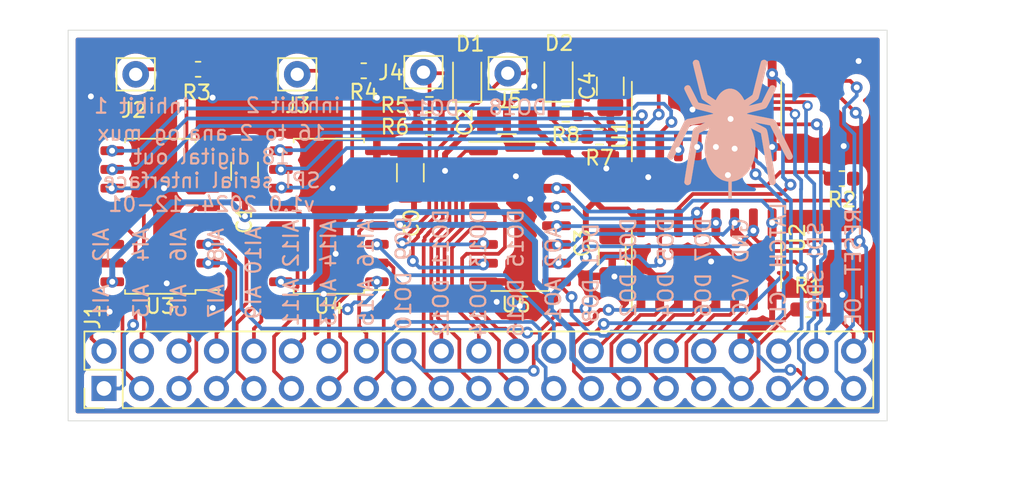
<source format=kicad_pcb>
(kicad_pcb (version 20211014) (generator pcbnew)
  (layers (0 "F.Cu" signal) (31 "B.Cu" signal) (34 "B.Paste" user) (35 "F.Paste" user) (36 "B.SilkS" user "B.Silkscreen") (37 "F.SilkS" user "F.Silkscreen") (38 "B.Mask" user) (39 "F.Mask" user) (44 "Edge.Cuts" user))
  (net 0 "")
  (net 1 "GND")
  (net 2 "VCC")
  (net 3 "RESET")
  (net 4 "LATCH")
  (net 5 "SDI")
  (net 6 "SDO")
  (net 7 "CLK")
  (net 8 "DO7")
  (net 9 "DO6")
  (net 10 "DO5")
  (net 11 "DO4")
  (net 12 "DO3")
  (net 13 "DO2")
  (net 14 "DO1")
  (net 15 "DO8")
  (net 16 "DO15")
  (net 17 "DO16")
  (net 18 "DO13")
  (net 19 "DO14")
  (net 20 "DO11")
  (net 21 "DO12")
  (net 22 "DO9")
  (net 23 "AI16")
  (net 24 "AI15")
  (net 25 "AI14")
  (net 26 "AI13")
  (net 27 "AI12")
  (net 28 "AI11")
  (net 29 "AI10")
  (net 30 "AI9")
  (net 31 "AI8")
  (net 32 "AI7")
  (net 33 "AI6")
  (net 34 "AI5")
  (net 35 "AI4")
  (net 36 "AI3")
  (net 37 "AI2")
  (net 38 "AI1")
  (net 39 "Net-(U1-Pad15)")
  (net 40 "Net-(U1-Pad9)")
  (net 41 "DO10")
  (net 42 "Net-(U2-Pad9)")
  (net 43 "Net-(U1-Pad5)")
  (net 44 "Net-(U1-Pad4)")
  (net 45 "Net-(U1-Pad3)")
  (net 46 "Net-(U1-Pad2)")
  (net 47 "Net-(U1-Pad1)")
  (net 48 "AO1")
  (net 49 "AO2")
  (net 50 "_OE")
  (net 51 "Net-(R3-Pad2)")
  (net 52 "Net-(R4-Pad2)")
  (net 53 "DO17")
  (net 54 "DO18")
  (net 55 "Net-(D1-Pad1)")
  (net 56 "Net-(D2-Pad1)")
  (footprint "Capacitor_SMD:C_1206_3216Metric" (layer "F.Cu") (at 70.67 48.45 -90)
    (fp_text reference "C3")
    (fp_text value "10nF")
  )
  (footprint "Connector_PinHeader_2.54mm:PinHeader_2x21_P2.54mm_Vertical" (layer "F.Cu") (at 36.23 57.454 90)
    (fp_text reference "J1")
    (fp_text value "Conn_02x21_Odd_Even")
  )
  (footprint "Connector_Pin:Pin_D0.9mm_L10.0mm_W2.4mm_FlatFork" (layer "F.Cu") (at 49.3237 36.1434)
    (fp_text reference "J3")
    (fp_text value "Conn_01x01_Female")
  )
  (footprint "Resistor_SMD:R_0603_1608Metric" (layer "F.Cu") (at 86.23 43.22 180)
    (fp_text reference "R2")
    (fp_text value "20k")
  )
  (footprint "Resistor_SMD:R_0603_1608Metric" (layer "F.Cu") (at 53.8322 35.9021 180)
    (fp_text reference "R4")
    (fp_text value "20k")
  )
  (footprint "Package_SO:SOIC-16_3.9x9.9mm_P1.27mm" (layer "F.Cu") (at 77.0605 38.5945 90)
    (fp_text reference "U1")
    (fp_text value "74HCT595")
  )
  (footprint "Capacitor_SMD:C_1206_3216Metric" (layer "F.Cu") (at 45.755 42.722 90)
    (fp_text reference "C1")
    (fp_text value "10nF")
  )
  (footprint "Package_SO:SOP-16_4.55x10.3mm_P1.27mm" (layer "F.Cu") (at 51.47 45.77 180)
    (fp_text reference "U4")
    (fp_text value "CD4051B")
  )
  (footprint "Package_SO:SOIC-16_3.9x9.9mm_P1.27mm" (layer "F.Cu") (at 77.0605 48.691 90)
    (fp_text reference "U2")
    (fp_text value "74HCT595")
  )
  (footprint "Package_SO:SOP-16_4.55x10.3mm_P1.27mm" (layer "F.Cu") (at 40.04 45.77 180)
    (fp_text reference "U3")
    (fp_text value "CD4051B")
  )
  (footprint "Capacitor_SMD:C_1206_3216Metric" (layer "F.Cu") (at 56.99 42.82 90)
    (fp_text reference "C0")
    (fp_text value "10nF")
  )
  (footprint "Connector_Pin:Pin_D0.9mm_L10.0mm_W2.4mm_FlatFork" (layer "F.Cu") (at 38.3763 36.1434)
    (fp_text reference "J2")
    (fp_text value "Conn_01x01_Female")
  )
  (footprint "Resistor_SMD:R_0603_1608Metric" (layer "F.Cu") (at 42.6053 35.8005 180)
    (fp_text reference "R3")
    (fp_text value "20k")
  )
  (footprint "Capacitor_SMD:C_1206_3216Metric" (layer "F.Cu") (at 63.54 39.29 180)
    (fp_text reference "C2")
    (fp_text value "10nF")
  )
  (footprint "Resistor_SMD:R_0603_1608Metric" (layer "F.Cu") (at 83.9693 52.0946 180)
    (fp_text reference "R1")
    (fp_text value "20k")
  )
  (footprint "Capacitor_SMD:C_1206_3216Metric" (layer "F.Cu") (at 70.54 36.95 -90)
    (fp_text reference "C4")
    (fp_text value "10nF")
  )
  (footprint "Package_SO:SOIC-16_3.9x9.9mm_P1.27mm" (layer "F.Cu") (at 64.42 45.78)
    (fp_text reference "U5")
    (fp_text value "74HCT595")
  )
  (footprint "Resistor_SMD:R_0603_1608Metric" (layer "F.Cu") (at 67.52 38.84 180)
    (fp_text reference "R8")
    (fp_text value "20k")
  )
  (footprint "Diode_SMD:D_0805_2012Metric" (layer "F.Cu") (at 60.84 36.34 90)
    (fp_text reference "D1")
    (fp_text value "LED")
  )
  (footprint "Connector_Pin:Pin_D0.9mm_L10.0mm_W2.4mm_FlatFork" (layer "F.Cu") (at 63.59 36.07)
    (fp_text reference "J5")
    (fp_text value "Conn_01x01_Female")
  )
  (footprint "Connector_Pin:Pin_D0.9mm_L10.0mm_W2.4mm_FlatFork" (layer "F.Cu") (at 57.88 36)
    (fp_text reference "J4")
    (fp_text value "Conn_01x01_Female")
  )
  (footprint "Resistor_SMD:R_0603_1608Metric" (layer "F.Cu") (at 58.28 38.2)
    (fp_text reference "R5")
    (fp_text value "20k")
  )
  (footprint "Diode_SMD:D_0805_2012Metric" (layer "F.Cu") (at 67.03 36.32 90)
    (fp_text reference "D2")
    (fp_text value "LED")
  )
  (footprint "Resistor_SMD:R_0603_1608Metric" (layer "F.Cu") (at 58.28 39.74)
    (fp_text reference "R6")
    (fp_text value "20k")
  )
  (footprint "Resistor_SMD:R_0603_1608Metric" (layer "F.Cu") (at 69.81 40.38 180)
    (fp_text reference "R7")
    (fp_text value "20k")
  )
  (footprint "pananico:logo_saitis-10mm-ser" (layer "B.Cu") (at 78.751 39.716)
    (fp_text reference "G***" hide)
    (fp_text value "LOGO" hide)
  )
  (gr_line (start 33.8 33.15) (end 33.8 59.65) (layer "Edge.Cuts") (width 0.05))
  (gr_line (start 89.3 33.15) (end 33.8 33.15) (layer "Edge.Cuts") (width 0.05))
  (gr_line (start 89.3 59.65) (end 89.3 33.15) (layer "Edge.Cuts") (width 0.05))
  (gr_line (start 33.8 59.65) (end 89.3 59.65) (layer "Edge.Cuts") (width 0.05))
  (gr_text " AO2 AO1" (at 66.686 49.241 90) (layer "B.SilkS") (effects (font (size 1 1)) (justify mirror)))
  (gr_text "RESET _OE" (at 87.006 49.241 90) (layer "B.SilkS") (effects (font (size 1 1)) (justify mirror)))
  (gr_text "DO17" (at 58.35 38.44) (layer "B.SilkS") (effects (font (size 1 1)) (justify mirror)))
  (gr_text " DO9 DO10" (at 56.526 49.241 90) (layer "B.SilkS") (effects (font (size 1 1)) (justify mirror)))
  (gr_text "inhibit 1" (at 38.77 38.29) (layer "B.SilkS") (effects (font (size 1 1)) (justify mirror)))
  (gr_text " DO13 DO14" (at 61.606 49.241 90) (layer "B.SilkS") (effects (font (size 1 1)) (justify mirror)))
  (gr_text "LATCH  CLK" (at 81.926 49.241 90) (layer "B.SilkS") (effects (font (size 1 1)) (justify mirror)))
  (gr_text "16 to 2 analog mux\n18 digital out\nSPI serial interface\nv1.0 2024-12-01" (at 43.52 42.54) (layer "B.SilkS") (effects (font (size 1 1)) (justify mirror)))
  (gr_text " AI16 AI15" (at 53.986 49.241 90) (layer "B.SilkS") (effects (font (size 1 1)) (justify mirror)))
  (gr_text "DO7 DO6" (at 76.846 49.241 90) (layer "B.SilkS") (effects (font (size 1 1)) (justify mirror)))
  (gr_text " DO15 DO16" (at 64.146 49.241 90) (layer "B.SilkS") (effects (font (size 1 1)) (justify mirror)))
  (gr_text "GND VCC" (at 79.386 49.241 90) (layer "B.SilkS") (effects (font (size 1 1)) (justify mirror)))
  (gr_text "DO3 DO2" (at 71.766 49.241 90) (layer "B.SilkS") (effects (font (size 1 1)) (justify mirror)))
  (gr_text " AI2  AI1" (at 36.0409 49.241 90) (layer "B.SilkS") (effects (font (size 1 1)) (justify mirror)))
  (gr_text "inhibit 2" (at 49.05 38.25) (layer "B.SilkS") (effects (font (size 1 1)) (justify mirror)))
  (gr_text " AI12 AI11" (at 48.906 49.241 90) (layer "B.SilkS") (effects (font (size 1 1)) (justify mirror)))
  (gr_text " AI10 AI9" (at 46.366 49.241 90) (layer "B.SilkS") (effects (font (size 1 1)) (justify mirror)))
  (gr_text "DO5 DO4" (at 74.306 49.241 90) (layer "B.SilkS") (effects (font (size 1 1)) (justify mirror)))
  (gr_text " AI8  AI7" (at 43.826 49.241 90) (layer "B.SilkS") (effects (font (size 1 1)) (justify mirror)))
  (gr_text " DO1 DO8" (at 69.226 49.241 90) (layer "B.SilkS") (effects (font (size 1 1)) (justify mirror)))
  (gr_text " AI14 AI13" (at 51.446 49.241 90) (layer "B.SilkS") (effects (font (size 1 1)) (justify mirror)))
  (gr_text " DO11 DO12" (at 59.066 49.241 90) (layer "B.SilkS") (effects (font (size 1 1)) (justify mirror)))
  (gr_text " AI4  AI3" (at 38.746 49.241 90) (layer "B.SilkS") (effects (font (size 1 1)) (justify mirror)))
  (gr_text "DO18" (at 64.27 38.39) (layer "B.SilkS") (effects (font (size 1 1)) (justify mirror)))
  (gr_text "SDI SDO" (at 84.466 49.241 90) (layer "B.SilkS") (effects (font (size 1 1)) (justify mirror)))
  (gr_text " AI6  AI5" (at 41.286 49.241 90) (layer "B.SilkS") (effects (font (size 1 1)) (justify mirror)))
  (segment (start 43.29 41.325) (end 43.59 41.025) (width 0.4) (layer "F.Cu") (net 1))
  (segment (start 81.5055 51.166) (end 81.5055 50.191) (width 0.4) (layer "F.Cu") (net 1))
  (segment (start 43.29 41.325) (end 43.293 41.322) (width 0.4) (layer "F.Cu") (net 1))
  (segment (start 81.5055 52.8185) (end 81.5055 51.166) (width 0.4) (layer "F.Cu") (net 1))
  (segment (start 57.439 41.325) (end 54.9117 41.325) (width 0.4) (layer "F.Cu") (net 1))
  (segment (start 81.5675 51.104) (end 86.265999 51.104) (width 0.4) (layer "F.Cu") (net 1))
  (segment (start 59.34 42.69) (end 59.34 41.55) (width 0.4) (layer "F.Cu") (net 1))
  (segment (start 54.72 42.595) (end 54.72 37.7297) (width 0.4) (layer "F.Cu") (net 1))
  (segment (start 81.5055 41.0695) (end 86.2949 41.0695) (width 0.4) (layer "F.Cu") (net 1))
  (segment (start 81.1055 49.791) (end 74.777683 49.791) (width 0.4) (layer "F.Cu") (net 1))
  (segment (start 86.2949 41.0695) (end 86.354997 41.009403) (width 0.4) (layer "F.Cu") (net 1))
  (segment (start 74.758683 49.81) (end 74.282317 49.81) (width 0.4) (layer "F.Cu") (net 1))
  (segment (start 74.282317 49.81) (end 74.263317 49.791) (width 0.4) (layer "F.Cu") (net 1))
  (segment (start 59.34 41.55) (end 61.6 39.29) (width 0.4) (layer "F.Cu") (net 1))
  (segment (start 54.72 37.7297) (end 54.72 36.0024) (width 0.25) (layer "F.Cu") (net 1))
  (segment (start 71.25 49.43) (end 70.82 49.86) (width 0.4) (layer "F.Cu") (net 1))
  (segment (start 69.095 38.84) (end 68.345 38.84) (width 0.25) (layer "F.Cu") (net 1))
  (segment (start 79.41 54.914) (end 81.5055 52.8185) (width 0.4) (layer "F.Cu") (net 1))
  (segment (start 54.72 42.595) (end 54.72 41.325) (width 0.4) (layer "F.Cu") (net 1))
  (segment (start 45.755 41.322) (end 43.293 41.322) (width 0.4) (layer "F.Cu") (net 1))
  (segment (start 73.541 49.791) (end 73.18 49.43) (width 0.4) (layer "F.Cu") (net 1))
  (segment (start 70.635 40.38) (end 69.095 38.84) (width 0.25) (layer "F.Cu") (net 1))
  (segment (start 81.5055 51.166) (end 81.5675 51.104) (width 0.4) (layer "F.Cu") (net 1))
  (segment (start 61.6 39.29) (end 62.14 39.29) (width 0.4) (layer "F.Cu") (net 1))
  (segment (start 43.59 37.7242) (end 43.59 35.9977) (width 0.25) (layer "F.Cu") (net 1))
  (segment (start 54.72 36.0024) (end 54.6197 35.9021) (width 0.25) (layer "F.Cu") (net 1))
  (segment (start 54.72 41.325) (end 54.9117 41.325) (width 0.4) (layer "F.Cu") (net 1))
  (segment (start 74.263317 49.791) (end 73.541 49.791) (width 0.4) (layer "F.Cu") (net 1))
  (segment (start 43.59 35.9977) (end 43.3928 35.8005) (width 0.25) (layer "F.Cu") (net 1))
  (segment (start 81.5055 50.191) (end 81.1055 49.791) (width 0.4) (layer "F.Cu") (net 1))
  (segment (start 43.59 41.025) (end 43.59 37.7242) (width 0.4) (layer "F.Cu") (net 1))
  (segment (start 73.18 49.43) (end 71.25 49.43) (width 0.4) (layer "F.Cu") (net 1))
  (segment (start 43.29 42.595) (end 43.29 41.325) (width 0.4) (layer "F.Cu") (net 1))
  (segment (start 74.777683 49.791) (end 74.758683 49.81) (width 0.4) (layer "F.Cu") (net 1))
  (via (at 43.596 51.993) (size 0.8) (drill 0.4) (layers "F.Cu" "B.Cu") (net 1))
  (via (at 70.27 42.53) (size 0.8) (drill 0.4) (layers "F.Cu" "B.Cu") (net 1))
  (via (at 54.72 37.7297) (size 0.8) (drill 0.4) (layers "F.Cu" "B.Cu") (net 1))
  (via (at 73.11 43.12) (size 0.8) (drill 0.4) (layers "F.Cu" "B.Cu") (net 1))
  (via (at 86.265999 51.104) (size 0.8) (drill 0.4) (layers "F.Cu" "B.Cu") (net 1))
  (via (at 35.341 37.642) (size 0.8) (drill 0.4) (layers "F.Cu" "B.Cu") (net 1))
  (via (at 62.84 51.58) (size 0.8) (drill 0.4) (layers "F.Cu" "B.Cu") (net 1))
  (via (at 77.37 48.84) (size 0.8) (drill 0.4) (layers "F.Cu" "B.Cu") (net 1))
  (via (at 70.82 49.86) (size 0.8) (drill 0.4) (layers "F.Cu" "B.Cu") (net 1))
  (via (at 78.510103 42.9755) (size 0.8) (drill 0.4) (layers "F.Cu" "B.Cu") (net 1))
  (via (at 87.3662 35.2417) (size 0.8) (drill 0.4) (layers "F.Cu" "B.Cu") (net 1))
  (via (at 65.12 44.6) (size 0.8) (drill 0.4) (layers "F.Cu" "B.Cu") (net 1))
  (via (at 40.294 43.865) (size 0.8) (drill 0.4) (layers "F.Cu" "B.Cu") (net 1))
  (via (at 81.5055 41.0695) (size 0.8) (drill 0.4) (layers "F.Cu" "B.Cu") (net 1))
  (via (at 51.724 43.865) (size 0.8) (drill 0.4) (layers "F.Cu" "B.Cu") (net 1))
  (via (at 36.611 52.247) (size 0.8) (drill 0.4) (layers "F.Cu" "B.Cu") (net 1))
  (via (at 64.14 43.06) (size 0.8) (drill 0.4) (layers "F.Cu" "B.Cu") (net 1))
  (via (at 51.93 48.32) (size 0.8) (drill 0.4) (layers "F.Cu" "B.Cu") (net 1))
  (via (at 64.4 51.86) (size 0.8) (drill 0.4) (layers "F.Cu" "B.Cu") (net 1))
  (via (at 59.34 42.69) (size 0.8) (drill 0.4) (layers "F.Cu" "B.Cu") (net 1))
  (via (at 76.108 38.531) (size 0.8) (drill 0.4) (layers "F.Cu" "B.Cu") (net 1))
  (via (at 51.12 51.04) (size 0.8) (drill 0.4) (layers "F.Cu" "B.Cu") (net 1))
  (via (at 40.48 50.32) (size 0.8) (drill 0.4) (layers "F.Cu" "B.Cu") (net 1))
  (via (at 86.354997 41.009403) (size 0.8) (drill 0.4) (layers "F.Cu" "B.Cu") (net 1))
  (via (at 65.39 36.95) (size 0.8) (drill 0.4) (layers "F.Cu" "B.Cu") (net 1))
  (via (at 43.59 37.7242) (size 0.8) (drill 0.4) (layers "F.Cu" "B.Cu") (net 1))
  (via (at 78.69 39.17) (size 0.8) (drill 0.4) (layers "F.Cu" "B.Cu") (net 1))
  (segment (start 54.7145 37.7242) (end 54.72 37.7297) (width 0.4) (layer "B.Cu") (net 1))
  (segment (start 86.354997 41.009403) (end 86.354997 40.216753) (width 0.4) (layer "B.Cu") (net 1))
  (segment (start 86.006 41.3584) (end 86.006 50.844001) (width 0.4) (layer "B.Cu") (net 1))
  (segment (start 43.59 37.7242) (end 54.7145 37.7242) (width 0.4) (layer "B.Cu") (net 1))
  (segment (start 87.3662 35.1062) (end 86.219 33.959) (width 0.4) (layer "B.Cu") (net 1))
  (segment (start 86.354997 40.216753) (end 85.855499 39.717255) (width 0.4) (layer "B.Cu") (net 1))
  (segment (start 86.219 33.959) (end 83.5502 33.959) (width 0.4) (layer "B.Cu") (net 1))
  (segment (start 54.72 37.7297) (end 66.9882 37.7297) (width 0.4) (layer "B.Cu") (net 1))
  (segment (start 86.354997 41.009403) (end 86.006 41.3584) (width 0.4) (layer "B.Cu") (net 1))
  (segment (start 67.0275 37.769) (end 70.7994 33.9971) (width 0.4) (layer "B.Cu") (net 1))
  (segment (start 86.006 50.844001) (end 86.265999 51.104) (width 0.4) (layer "B.Cu") (net 1))
  (segment (start 70.7994 33.9971) (end 83.5502 33.959) (width 0.4) (layer "B.Cu") (net 1))
  (segment (start 85.855499 39.717255) (end 85.855499 36.752401) (width 0.4) (layer "B.Cu") (net 1))
  (segment (start 87.3662 35.2417) (end 87.3662 35.1062) (width 0.4) (layer "B.Cu") (net 1))
  (segment (start 66.9882 37.7297) (end 67.0275 37.769) (width 0.4) (layer "B.Cu") (net 1))
  (segment (start 85.855499 36.752401) (end 87.3662 35.2417) (width 0.4) (layer "B.Cu") (net 1))
  (segment (start 66.895 41.335) (end 66.895 41.245) (width 0.4) (layer "F.Cu") (net 2))
  (segment (start 72.036 35.54) (end 72.6155 36.1195) (width 0.4) (layer "F.Cu") (net 2))
  (segment (start 71.7715 47.06) (end 72.6155 46.216) (width 0.4) (layer "F.Cu") (net 2))
  (segment (start 70.24 35.54) (end 72.036 35.54) (width 0.4) (layer "F.Cu") (net 2))
  (segment (start 68.8817 45.3663) (end 68.8817 48.5417) (width 0.4) (layer "F.Cu") (net 2))
  (segment (start 72.6155 46.216) (end 71.7195 45.32) (width 0.4) (layer "F.Cu") (net 2))
  (segment (start 69.504 43.461183) (end 67.377817 41.335) (width 0.4) (layer "F.Cu") (net 2))
  (segment (start 69.504 44.744) (end 69.504 44.119) (width 0.4) (layer "F.Cu") (net 2))
  (segment (start 70.08 45.32) (end 69.504 44.744) (width 0.4) (layer "F.Cu") (net 2))
  (segment (start 80.585001 54.481475) (end 80.585001 56.278999) (width 0.25) (layer "F.Cu") (net 2))
  (segment (start 73.7 43.7) (end 73.2 44.2) (width 0.25) (layer "F.Cu") (net 2))
  (segment (start 57.237587 45.417894) (end 56.29548 46.360001) (width 0.4) (layer "F.Cu") (net 2))
  (segment (start 82.06 42.78) (end 81.14 43.7) (width 0.25) (layer "F.Cu") (net 2))
  (segment (start 71.84 42.658) (end 71.84 36.895) (width 0.4) (layer "F.Cu") (net 2))
  (segment (start 71.7195 45.32) (end 70.08 45.32) (width 0.4) (layer "F.Cu") (net 2))
  (segment (start 69.504 44.744) (end 68.8817 45.3663) (width 0.4) (layer "F.Cu") (net 2))
  (segment (start 71.84 36.895) (end 72.6155 36.1195) (width 0.4) (layer "F.Cu") (net 2))
  (segment (start 70.82 47.06) (end 71.7715 47.06) (width 0.4) (layer "F.Cu") (net 2))
  (segment (start 69.504 44.119) (end 69.504 43.461183) (width 0.4) (layer "F.Cu") (net 2))
  (segment (start 69.585 44.2) (end 69.504 44.119) (width 0.25) (layer "F.Cu") (net 2))
  (segment (start 85.0025 42.78) (end 82.06 42.78) (width 0.25) (layer "F.Cu") (net 2))
  (segment (start 45.755 44.122) (end 45.8342 44.122) (width 0.4) (layer "F.Cu") (net 2))
  (segment (start 82.971876 52.0946) (end 80.585001 54.481475) (width 0.25) (layer "F.Cu") (net 2))
  (segment (start 80.585001 56.278999) (end 80.259999 56.604001) (width 0.25) (layer "F.Cu") (net 2))
  (segment (start 67.377817 41.335) (end 66.895 41.335) (width 0.4) (layer "F.Cu") (net 2))
  (segment (start 45.8342 44.122) (end 45.7804 44.1758) (width 0.4) (layer "F.Cu") (net 2))
  (segment (start 57.237587 44.180713) (end 57.237587 45.417894) (width 0.4) (layer "F.Cu") (net 2))
  (segment (start 45.7804 44.1758) (end 45.7804 45.77) (width 0.4) (layer "F.Cu") (net 2))
  (segment (start 85.4425 43.22) (end 85.0025 42.78) (width 0.25) (layer "F.Cu") (net 2))
  (segment (start 70.379 44.119) (end 71.84 42.658) (width 0.4) (layer "F.Cu") (net 2))
  (segment (start 69.504 44.119) (end 70.379 44.119) (width 0.4) (layer "F.Cu") (net 2))
  (segment (start 81.14 43.7) (end 73.7 43.7) (width 0.25) (layer "F.Cu") (net 2))
  (segment (start 73.2 44.2) (end 69.585 44.2) (width 0.25) (layer "F.Cu") (net 2))
  (segment (start 80.259999 56.604001) (end 79.41 57.454) (width 0.25) (layer "F.Cu") (net 2))
  (segment (start 66.895 41.245) (end 64.94 39.29) (width 0.4) (layer "F.Cu") (net 2))
  (segment (start 83.1818 52.0946) (end 82.971876 52.0946) (width 0.25) (layer "F.Cu") (net 2))
  (via (at 36.79 50.215) (size 0.8) (drill 0.4) (layers "F.Cu" "B.Cu") (net 2))
  (via (at 48.22 50.215) (size 0.8) (drill 0.4) (layers "F.Cu" "B.Cu") (net 2))
  (via (at 45.7804 45.77) (size 0.8) (drill 0.4) (layers "F.Cu" "B.Cu") (net 2))
  (via (at 68.8817 48.5417) (size 0.8) (drill 0.4) (layers "F.Cu" "B.Cu") (net 2))
  (via (at 56.29548 46.360001) (size 0.8) (drill 0.4) (layers "F.Cu" "B.Cu") (net 2))
  (segment (start 45.7804 45.77) (end 55.7 45.77) (width 0.4) (layer "B.Cu") (net 2))
  (segment (start 55.98 45.49) (end 64.38 45.49) (width 0.4) (layer "B.Cu") (net 2))
  (segment (start 36.79 48.84) (end 36.79 50.215) (width 0.4) (layer "B.Cu") (net 2))
  (segment (start 66.51 52.132554) (end 67.96 53.582554) (width 0.4) (layer "B.Cu") (net 2))
  (segment (start 50.835 49.58) (end 50.835 46.95) (width 0.4) (layer "B.Cu") (net 2))
  (segment (start 50.835 49.58) (end 50.2 50.215) (width 0.4) (layer "B.Cu") (net 2))
  (segment (start 64.315501 46.360001) (end 56.29548 46.360001) (width 0.4) (layer "B.Cu") (net 2))
  (segment (start 50.835 46.95) (end 51.425 46.36) (width 0.4) (layer "B.Cu") (net 2))
  (segment (start 65.44 47.4845) (end 64.315501 46.360001) (width 0.4) (layer "B.Cu") (net 2))
  (segment (start 44.8404 44.83) (end 40.8 44.83) (width 0.4) (layer "B.Cu") (net 2))
  (segment (start 65.44 50.17) (end 65.44 47.4845) (width 0.4) (layer "B.Cu") (net 2))
  (segment (start 68.8817 48.8683) (end 68.8817 48.5417) (width 0.4) (layer "B.Cu") (net 2))
  (segment (start 66.51 51.24) (end 66.03 50.76) (width 0.4) (layer "B.Cu") (net 2))
  (segment (start 51.425 46.36) (end 56.29548 46.360001) (width 0.4) (layer "B.Cu") (net 2))
  (segment (start 67.96 55.391767) (end 68.772232 56.203999) (width 0.4) (layer "B.Cu") (net 2))
  (segment (start 67.96 53.582554) (end 67.96 55.391767) (width 0.4) (layer "B.Cu") (net 2))
  (segment (start 78.159999 56.203999) (end 79.41 57.454) (width 0.4) (layer "B.Cu") (net 2))
  (segment (start 66.03 50.76) (end 65.44 50.17) (width 0.4) (layer "B.Cu") (net 2))
  (segment (start 40.8 44.83) (end 36.79 48.84) (width 0.4) (layer "B.Cu") (net 2))
  (segment (start 68.772232 56.203999) (end 78.159999 56.203999) (width 0.4) (layer "B.Cu") (net 2))
  (segment (start 55.7 45.77) (end 55.98 45.49) (width 0.4) (layer "B.Cu") (net 2))
  (segment (start 66.51 51.24) (end 68.8817 48.8683) (width 0.4) (layer "B.Cu") (net 2))
  (segment (start 66.15 47.26) (end 66.15 50.64) (width 0.4) (layer "B.Cu") (net 2))
  (segment (start 45.7804 45.77) (end 44.8404 44.83) (width 0.4) (layer "B.Cu") (net 2))
  (segment (start 66.15 50.64) (end 66.03 50.76) (width 0.4) (layer "B.Cu") (net 2))
  (segment (start 50.2 50.215) (end 48.22 50.215) (width 0.4) (layer "B.Cu") (net 2))
  (segment (start 64.38 45.49) (end 66.15 47.26) (width 0.4) (layer "B.Cu") (net 2))
  (segment (start 66.51 51.24) (end 66.51 52.132554) (width 0.4) (layer "B.Cu") (net 2))
  (segment (start 80.58 47.5355) (end 83.939902 47.5355) (width 0.25) (layer "F.Cu") (net 3))
  (segment (start 80.2355 46.7445) (end 80.2355 47.191) (width 0.25) (layer "F.Cu") (net 3))
  (segment (start 85.9985 37.5785) (end 80.7195 37.5785) (width 0.25) (layer "F.Cu") (net 3))
  (segment (start 80.2355 46.216) (end 80.2355 46.7445) (width 0.25) (layer "F.Cu") (net 3))
  (segment (start 87.17 38.75) (end 85.9985 37.5785) (width 0.25) (layer "F.Cu") (net 3))
  (segment (start 80.2355 37.0945) (end 80.2355 36.1195) (width 0.25) (layer "F.Cu") (net 3))
  (segment (start 85.76718 52.449099) (end 87.03 53.711919) (width 0.25) (layer "F.Cu") (net 3))
  (segment (start 84.7568 52.0946) (end 84.7568 52.213) (width 0.25) (layer "F.Cu") (net 3))
  (segment (start 80.2355 47.191) (end 80.58 47.5355) (width 0.25) (layer "F.Cu") (net 3))
  (segment (start 83.939902 47.5355) (end 84.059902 47.4155) (width 0.25) (layer "F.Cu") (net 3))
  (segment (start 84.7568 52.213) (end 84.992899 52.449099) (width 0.25) (layer "F.Cu") (net 3))
  (segment (start 80.7195 37.5785) (end 80.2355 37.0945) (width 0.25) (layer "F.Cu") (net 3))
  (segment (start 84.992899 52.449099) (end 85.76718 52.449099) (width 0.25) (layer "F.Cu") (net 3))
  (segment (start 87.38 47.4155) (end 87.4245 47.46) (width 0.25) (layer "F.Cu") (net 3))
  (segment (start 84.059902 47.4155) (end 87.38 47.4155) (width 0.25) (layer "F.Cu") (net 3))
  (segment (start 87.03 53.711919) (end 87.03 54.914) (width 0.25) (layer "F.Cu") (net 3))
  (via (at 80.2355 46.7445) (size 0.8) (drill 0.4) (layers "F.Cu" "B.Cu") (net 3))
  (via (at 87.17 38.75) (size 0.8) (drill 0.4) (layers "F.Cu" "B.Cu") (net 3))
  (via (at 87.4245 47.46) (size 0.8) (drill 0.4) (layers "F.Cu" "B.Cu") (net 3))
  (via (at 67.03 48.96) (size 0.8) (drill 0.4) (layers "F.Cu" "B.Cu") (net 3))
  (segment (start 68.581602 47.8172) (end 79.1628 47.8172) (width 0.25) (layer "B.Cu") (net 3))
  (segment (start 87.88 47.9155) (end 87.4245 47.46) (width 0.25) (layer "B.Cu") (net 3))
  (segment (start 79.1628 47.8172) (end 80.2355 46.7445) (width 0.25) (layer "B.Cu") (net 3))
  (segment (start 87.03 54.914) (end 87.88 54.064) (width 0.25) (layer "B.Cu") (net 3))
  (segment (start 87.53 39.11) (end 87.53 47.3545) (width 0.25) (layer "B.Cu") (net 3))
  (segment (start 87.53 47.3545) (end 87.4245 47.46) (width 0.25) (layer "B.Cu") (net 3))
  (segment (start 67.438802 48.96) (end 68.581602 47.8172) (width 0.25) (layer "B.Cu") (net 3))
  (segment (start 67.03 48.96) (end 67.438802 48.96) (width 0.25) (layer "B.Cu") (net 3))
  (segment (start 87.17 38.75) (end 87.53 39.11) (width 0.25) (layer "B.Cu") (net 3))
  (segment (start 87.88 54.064) (end 87.88 47.9155) (width 0.25) (layer "B.Cu") (net 3))
  (segment (start 79.70256 37.869001) (end 79.344058 37.510499) (width 0.25) (layer "F.Cu") (net 4))
  (segment (start 82.722501 38.478001) (end 80.346915 38.478001) (width 0.25) (layer "F.Cu") (net 4))
  (segment (start 83.0549 38.8104) (end 82.722501 38.478001) (width 0.25) (layer "F.Cu") (net 4))
  (segment (start 77.6955 36.73981) (end 77.6955 36.1195) (width 0.25) (layer "F.Cu") (net 4))
  (segment (start 79.737915 37.869001) (end 79.70256 37.869001) (width 0.25) (layer "F.Cu") (net 4))
  (segment (start 80.346915 38.478001) (end 79.737915 37.869001) (width 0.25) (layer "F.Cu") (net 4))
  (segment (start 79.355353 48.850853) (end 83.056428 48.850853) (width 0.25) (layer "F.Cu") (net 4))
  (segment (start 78.466189 37.510499) (end 77.6955 36.73981) (width 0.25) (layer "F.Cu") (net 4))
  (segment (start 83.056428 48.850853) (end 83.504001 49.298426) (width 0.25) (layer "F.Cu") (net 4))
  (segment (start 79.344058 37.510499) (end 78.466189 37.510499) (width 0.25) (layer "F.Cu") (net 4))
  (segment (start 77.6955 46.216) (end 77.6955 47.191) (width 0.25) (layer "F.Cu") (net 4))
  (segment (start 77.6955 47.191) (end 79.355353 48.850853) (width 0.25) (layer "F.Cu") (net 4))
  (via (at 83.0549 38.8485) (size 0.7) (drill 0.4) (layers "F.Cu" "B.Cu") (net 4))
  (via (at 77.6955 46.216) (size 0.8) (drill 0.4) (layers "F.Cu" "B.Cu") (net 4))
  (via (at 66.92 46.44) (size 0.8) (drill 0.4) (layers "F.Cu" "B.Cu") (net 4))
  (via (at 83.504001 49.298426) (size 0.8) (drill 0.4) (layers "F.Cu" "B.Cu") (net 4))
  (segment (start 83.0549 38.8104) (end 83.0549 42.906932) (width 0.25) (layer "B.Cu") (net 4))
  (segment (start 77.4715 46.44) (end 77.6955 46.216) (width 0.25) (layer "B.Cu") (net 4))
  (segment (start 81.95 54.914) (end 83.504001 53.359999) (width 0.25) (layer "B.Cu") (net 4))
  (segment (start 83.475876 43.928104) (end 83.461574 43.942406) (width 0.25) (layer "B.Cu") (net 4))
  (segment (start 66.92 46.44) (end 77.4715 46.44) (width 0.25) (layer "B.Cu") (net 4))
  (segment (start 83.461574 43.942406) (end 83.461574 49.255999) (width 0.25) (layer "B.Cu") (net 4))
  (segment (start 83.0549 42.906932) (end 83.475876 43.327908) (width 0.25) (layer "B.Cu") (net 4))
  (segment (start 83.461574 49.255999) (end 83.504001 49.298426) (width 0.25) (layer "B.Cu") (net 4))
  (segment (start 83.475876 43.327908) (end 83.475876 43.928104) (width 0.25) (layer "B.Cu") (net 4))
  (segment (start 83.504001 53.359999) (end 83.504001 49.298426) (width 0.25) (layer "B.Cu") (net 4))
  (segment (start 79.157869 37.96) (end 79.516371 38.318502) (width 0.25) (layer "F.Cu") (net 5))
  (segment (start 79.551726 38.318502) (end 80.768625 39.535401) (width 0.25) (layer "F.Cu") (net 5))
  (segment (start 75.1555 36.1195) (end 75.1555 36.496268) (width 0.25) (layer "F.Cu") (net 5))
  (segment (start 76.619232 37.96) (end 79.157869 37.96) (width 0.25) (layer "F.Cu") (net 5))
  (segment (start 80.768625 39.535401) (end 84.5292 39.535401) (width 0.25) (layer "F.Cu") (net 5))
  (segment (start 75.1555 36.496268) (end 76.619232 37.96) (width 0.25) (layer "F.Cu") (net 5))
  (segment (start 79.516371 38.318502) (end 79.551726 38.318502) (width 0.25) (layer "F.Cu") (net 5))
  (via (at 84.5292 39.535401) (size 0.8) (drill 0.4) (layers "F.Cu" "B.Cu") (net 5))
  (segment (start 84.809501 48.775097) (end 84.809501 52.829889) (width 0.25) (layer "B.Cu") (net 5))
  (segment (start 85.0845 47.839902) (end 85.0845 48.500098) (width 0.25) (layer "B.Cu") (net 5))
  (segment (start 85.0845 48.500098) (end 84.809501 48.775097) (width 0.25) (layer "B.Cu") (net 5))
  (segment (start 84.49 53.14939) (end 84.49 54.914) (width 0.25) (layer "B.Cu") (net 5))
  (segment (start 84.809501 52.829889) (end 84.49 53.14939) (width 0.25) (layer "B.Cu") (net 5))
  (segment (start 84.809501 39.815702) (end 84.809501 47.564903) (width 0.25) (layer "B.Cu") (net 5))
  (segment (start 84.809501 47.564903) (end 85.0845 47.839902) (width 0.25) (layer "B.Cu") (net 5))
  (segment (start 84.5292 39.535401) (end 84.809501 39.815702) (width 0.25) (layer "B.Cu") (net 5))
  (segment (start 66.895 50.226704) (end 67.914148 51.245852) (width 0.25) (layer "F.Cu") (net 6))
  (segment (start 82.75 56.19) (end 83.226 56.19) (width 0.25) (layer "F.Cu") (net 6))
  (segment (start 83.226 56.19) (end 84.49 57.454) (width 0.25) (layer "F.Cu") (net 6))
  (segment (start 66.895 50.225) (end 66.895 50.226704) (width 0.25) (layer "F.Cu") (net 6))
  (via (at 82.75 56.19) (size 0.8) (drill 0.4) (layers "F.Cu" "B.Cu") (net 6))
  (via (at 67.914148 51.245852) (size 0.8) (drill 0.4) (layers "F.Cu" "B.Cu") (net 6))
  (segment (start 70.596826 53.6) (end 70.316826 53.88) (width 0.25) (layer "B.Cu") (net 6))
  (segment (start 82.69 56.25) (end 81.624299 56.25) (width 0.25) (layer "B.Cu") (net 6))
  (segment (start 69.877701 53.88) (end 69.736701 53.739) (width 0.25) (layer "B.Cu") (net 6))
  (segment (start 80.585 55.210701) (end 80.585 54.365) (width 0.25) (layer "B.Cu") (net 6))
  (segment (start 82.75 56.19) (end 82.69 56.25) (width 0.25) (layer "B.Cu") (net 6))
  (segment (start 81.624299 56.25) (end 80.585 55.210701) (width 0.25) (layer "B.Cu") (net 6))
  (segment (start 67.914148 52.454148) (end 67.914148 51.245852) (width 0.25) (layer "B.Cu") (net 6))
  (segment (start 79.82 53.6) (end 70.596826 53.6) (width 0.25) (layer "B.Cu") (net 6))
  (segment (start 69.199 53.739) (end 67.914148 52.454148) (width 0.25) (layer "B.Cu") (net 6))
  (segment (start 80.585 54.365) (end 79.82 53.6) (width 0.25) (layer "B.Cu") (net 6))
  (segment (start 70.316826 53.88) (end 69.877701 53.88) (width 0.25) (layer "B.Cu") (net 6))
  (segment (start 69.736701 53.739) (end 69.199 53.739) (width 0.25) (layer "B.Cu") (net 6))
  (segment (start 79.0559 46.216) (end 79.0559 46.683168) (width 0.25) (layer "F.Cu") (net 7))
  (segment (start 79.2655 36.796268) (end 79.265517 36.796268) (width 0.25) (layer "F.Cu") (net 7))
  (segment (start 79.265517 36.796268) (end 79.888749 37.4195) (width 0.25) (layer "F.Cu") (net 7))
  (segment (start 79.924104 37.4195) (end 80.533104 38.0285) (width 0.25) (layer "F.Cu") (net 7))
  (segment (start 78.9655 46.216) (end 79.0559 46.216) (width 0.25) (layer "F.Cu") (net 7))
  (segment (start 84.286353 48.126353) (end 84.36 48.2) (width 0.25) (layer "F.Cu") (net 7))
  (segment (start 83.7462 38.0285) (end 83.9058 38.1881) (width 0.25) (layer "F.Cu") (net 7))
  (segment (start 79.888749 37.4195) (end 79.924104 37.4195) (width 0.25) (layer "F.Cu") (net 7))
  (segment (start 79.0559 46.683168) (end 80.499085 48.126353) (width 0.25) (layer "F.Cu") (net 7))
  (segment (start 80.499085 48.126353) (end 84.286353 48.126353) (width 0.25) (layer "F.Cu") (net 7))
  (segment (start 80.533104 38.0285) (end 83.7462 38.0285) (width 0.25) (layer "F.Cu") (net 7))
  (via (at 84.36 48.2) (size 0.8) (drill 0.4) (layers "F.Cu" "B.Cu") (net 7))
  (via (at 66.98 47.7) (size 0.8) (drill 0.4) (layers "F.Cu" "B.Cu") (net 7))
  (via (at 83.9058 38.277) (size 0.7) (drill 0.4) (layers "F.Cu" "B.Cu") (net 7))
  (via (at 78.9655 46.216) (size 0.8) (drill 0.4) (layers "F.Cu" "B.Cu") (net 7))
  (segment (start 83.66 56.622299) (end 83.66 55.745701) (width 0.25) (layer "B.Cu") (net 7))
  (segment (start 68.68 46.97) (end 78.1 46.97) (width 0.25) (layer "B.Cu") (net 7))
  (segment (start 82.828299 57.454) (end 83.66 56.622299) (width 0.25) (layer "B.Cu") (net 7))
  (segment (start 83.8042 43.020542) (end 83.8042 38.2897) (width 0.25) (layer "B.Cu") (net 7))
  (segment (start 83.969501 53.034199) (end 84.36 52.6437) (width 0.25) (layer "B.Cu") (net 7))
  (segment (start 83.969501 53.530189) (end 83.969501 53.034199) (width 0.25) (layer "B.Cu") (net 7))
  (segment (start 66.98 47.7) (end 67.95 47.7) (width 0.25) (layer "B.Cu") (net 7))
  (segment (start 83.315 55.400701) (end 83.314999 54.184691) (width 0.25) (layer "B.Cu") (net 7))
  (segment (start 67.95 47.7) (end 68.68 46.97) (width 0.25) (layer "B.Cu") (net 7))
  (segment (start 78.9655 46.2245) (end 78.9655 46.216) (width 0.25) (layer "B.Cu") (net 7))
  (segment (start 84.36 43.576342) (end 83.8042 43.020542) (width 0.25) (layer "B.Cu") (net 7))
  (segment (start 83.314999 54.184691) (end 83.969501 53.530189) (width 0.25) (layer "B.Cu") (net 7))
  (segment (start 78.16 47.03) (end 78.9655 46.2245) (width 0.25) (layer "B.Cu") (net 7))
  (segment (start 78.1 46.97) (end 78.16 47.03) (width 0.25) (layer "B.Cu") (net 7))
  (segment (start 81.95 57.454) (end 82.828299 57.454) (width 0.25) (layer "B.Cu") (net 7))
  (segment (start 84.36 52.6437) (end 84.36 43.576342) (width 0.25) (layer "B.Cu") (net 7))
  (segment (start 83.8042 38.2897) (end 83.9058 38.1881) (width 0.25) (layer "B.Cu") (net 7))
  (segment (start 83.66 55.745701) (end 83.315 55.400701) (width 0.25) (layer "B.Cu") (net 7))
  (segment (start 76.87 54.914) (end 80.2355 51.5485) (width 0.25) (layer "F.Cu") (net 8))
  (segment (start 80.2355 51.5485) (end 80.2355 51.166) (width 0.25) (layer "F.Cu") (net 8))
  (segment (start 78.64049 52.46601) (end 78.9655 52.141) (width 0.25) (layer "F.Cu") (net 9))
  (segment (start 75.694999 54.349999) (end 77.578988 52.46601) (width 0.25) (layer "F.Cu") (net 9))
  (segment (start 75.694999 56.278999) (end 75.694999 54.349999) (width 0.25) (layer "F.Cu") (net 9))
  (segment (start 77.578988 52.46601) (end 78.64049 52.46601) (width 0.25) (layer "F.Cu") (net 9))
  (segment (start 78.9655 52.141) (end 78.9655 51.166) (width 0.25) (layer "F.Cu") (net 9))
  (segment (start 76.87 57.454) (end 75.694999 56.278999) (width 0.25) (layer "F.Cu") (net 9))
  (segment (start 74.33 54.914) (end 77.6955 51.5485) (width 0.25) (layer "F.Cu") (net 10))
  (segment (start 77.6955 51.5485) (end 77.6955 51.166) (width 0.25) (layer "F.Cu") (net 10))
  (segment (start 76.4255 52.141) (end 76.4255 51.166) (width 0.25) (layer "F.Cu") (net 11))
  (segment (start 74.8744 52.46601) (end 76.10049 52.46601) (width 0.25) (layer "F.Cu") (net 11))
  (segment (start 72.965001 54.375409) (end 74.8744 52.46601) (width 0.25) (layer "F.Cu") (net 11))
  (segment (start 72.965001 56.089001) (end 72.965001 54.375409) (width 0.25) (layer "F.Cu") (net 11))
  (segment (start 76.10049 52.46601) (end 76.4255 52.141) (width 0.25) (layer "F.Cu") (net 11))
  (segment (start 74.33 57.454) (end 72.965001 56.089001) (width 0.25) (layer "F.Cu") (net 11))
  (segment (start 75.1555 51.5485) (end 75.1555 51.166) (width 0.25) (layer "F.Cu") (net 12))
  (segment (start 71.79 54.914) (end 75.1555 51.5485) (width 0.25) (layer "F.Cu") (net 12))
  (segment (start 73.8855 52.141) (end 73.8855 51.166) (width 0.25) (layer "F.Cu") (net 13))
  (segment (start 70.614999 56.278999) (end 70.614999 54.4273) (width 0.25) (layer "F.Cu") (net 13))
  (segment (start 72.576289 52.46601) (end 73.56049 52.46601) (width 0.25) (layer "F.Cu") (net 13))
  (segment (start 71.79 57.454) (end 70.614999 56.278999) (width 0.25) (layer "F.Cu") (net 13))
  (segment (start 73.56049 52.46601) (end 73.8855 52.141) (width 0.25) (layer "F.Cu") (net 13))
  (segment (start 70.614999 54.4273) (end 72.576289 52.46601) (width 0.25) (layer "F.Cu") (net 13))
  (segment (start 69.492609 54.914) (end 72.6155 51.791109) (width 0.25) (layer "F.Cu") (net 14))
  (segment (start 72.6155 51.791109) (end 72.6155 51.166) (width 0.25) (layer "F.Cu") (net 14))
  (segment (start 69.25 54.914) (end 69.492609 54.914) (width 0.25) (layer "F.Cu") (net 14))
  (segment (start 68.075 56.279) (end 68.075 54.42069) (width 0.25) (layer "F.Cu") (net 15))
  (segment (start 68.806688 53.689002) (end 69.483226 53.689002) (width 0.25) (layer "F.Cu") (net 15))
  (segment (start 69.483226 53.689002) (end 70.096845 53.075383) (width 0.25) (layer "F.Cu") (net 15))
  (segment (start 69.25 57.454) (end 68.075 56.279) (width 0.25) (layer "F.Cu") (net 15))
  (segment (start 68.075 54.42069) (end 68.806688 53.689002) (width 0.25) (layer "F.Cu") (net 15))
  (segment (start 78.9909 41.0949) (end 78.9655 41.0695) (width 0.25) (layer "F.Cu") (net 15))
  (via (at 70.096845 53.075383) (size 0.8) (drill 0.4) (layers "F.Cu" "B.Cu") (net 15))
  (via (at 78.9655 41.1853) (size 0.8) (drill 0.4) (layers "F.Cu" "B.Cu") (net 15))
  (segment (start 81.120774 42.696176) (end 81.509501 43.084903) (width 0.25) (layer "B.Cu") (net 15))
  (segment (start 81.103734 42.642275) (end 81.104898 42.643439) (width 0.25) (layer "B.Cu") (net 15))
  (segment (start 81.104898 42.663999) (end 81.113158 42.672259) (width 0.25) (layer "B.Cu") (net 15))
  (segment (start 82.779501 49.856189) (end 82.28 50.35569) (width 0.25) (layer "B.Cu") (net 15))
  (segment (start 81.114319 42.675013) (end 81.114319 42.681166) (width 0.25) (layer "B.Cu") (net 15))
  (segment (start 81.113158 42.672259) (end 81.113158 42.673852) (width 0.25) (layer "B.Cu") (net 15))
  (segment (start 81.104898 42.643439) (end 81.104898 42.663999) (width 0.25) (layer "B.Cu") (net 15))
  (segment (start 82.28 50.35569) (end 82.28 52.37) (width 0.25) (layer "B.Cu") (net 15))
  (segment (start 82.28 52.37) (end 81.624547 53.025453) (width 0.25) (layer "B.Cu") (net 15))
  (segment (start 79.609898 41.1853) (end 80.616251 42.191653) (width 0.25) (layer "B.Cu") (net 15))
  (segment (start 81.509501 43.084903) (end 81.509501 43.41073) (width 0.25) (layer "B.Cu") (net 15))
  (segment (start 81.509501 43.41073) (end 82.779501 44.68073) (width 0.25) (layer "B.Cu") (net 15))
  (segment (start 78.9655 41.1853) (end 79.609898 41.1853) (width 0.25) (layer "B.Cu") (net 15))
  (segment (start 81.120774 42.687621) (end 81.120774 42.696176) (width 0.25) (layer "B.Cu") (net 15))
  (segment (start 70.146775 53.025453) (end 70.096845 53.075383) (width 0.25) (layer "B.Cu") (net 15))
  (segment (start 81.624547 53.025453) (end 70.146775 53.025453) (width 0.25) (layer "B.Cu") (net 15))
  (segment (start 81.114319 42.681166) (end 81.120774 42.687621) (width 0.25) (layer "B.Cu") (net 15))
  (segment (start 81.103734 42.616055) (end 81.103734 42.642275) (width 0.25) (layer "B.Cu") (net 15))
  (segment (start 82.779501 44.68073) (end 82.779501 49.856189) (width 0.25) (layer "B.Cu") (net 15))
  (segment (start 81.113158 42.673852) (end 81.114319 42.675013) (width 0.25) (layer "B.Cu") (net 15))
  (segment (start 80.679332 42.191653) (end 81.103734 42.616055) (width 0.25) (layer "B.Cu") (net 15))
  (segment (start 80.616251 42.191653) (end 80.679332 42.191653) (width 0.25) (layer "B.Cu") (net 15))
  (segment (start 64.17 54.13) (end 64.17 54.914) (width 0.25) (layer "F.Cu") (net 16))
  (segment (start 62.956751 48.32) (end 60.8 48.32) (width 0.25) (layer "F.Cu") (net 16))
  (segment (start 61.945 45.145) (end 62.795 45.145) (width 0.25) (layer "F.Cu") (net 16))
  (segment (start 60.8 48.32) (end 60.5 48.62) (width 0.25) (layer "F.Cu") (net 16))
  (segment (start 63.4 45.75) (end 63.4 47.876751) (width 0.25) (layer "F.Cu") (net 16))
  (segment (start 63.44 53.4) (end 64.17 54.13) (width 0.25) (layer "F.Cu") (net 16))
  (segment (start 62.795 45.145) (end 63.4 45.75) (width 0.25) (layer "F.Cu") (net 16))
  (segment (start 62.9 53.4) (end 63.44 53.4) (width 0.25) (layer "F.Cu") (net 16))
  (segment (start 63.4 47.876751) (end 62.956751 48.32) (width 0.25) (layer "F.Cu") (net 16))
  (segment (start 60.5 51) (end 62.9 53.4) (width 0.25) (layer "F.Cu") (net 16))
  (segment (start 60.5 48.62) (end 60.5 51) (width 0.25) (layer "F.Cu") (net 16))
  (segment (start 59.81 47.91) (end 59.81 51.03) (width 0.25) (layer "F.Cu") (net 17))
  (segment (start 61.945 46.415) (end 61.305 46.415) (width 0.25) (layer "F.Cu") (net 17))
  (segment (start 59.81 51.03) (end 62.995 54.215) (width 0.25) (layer "F.Cu") (net 17))
  (segment (start 61.305 46.415) (end 59.81 47.91) (width 0.25) (layer "F.Cu") (net 17))
  (segment (start 62.995 54.215) (end 62.995 56.279) (width 0.25) (layer "F.Cu") (net 17))
  (segment (start 62.995 56.279) (end 64.17 57.454) (width 0.25) (layer "F.Cu") (net 17))
  (segment (start 61.945 42.605) (end 62.286396 42.605) (width 0.2) (layer "F.Cu") (net 18))
  (segment (start 61.63 54.914) (end 61.63 53.56) (width 0.25) (layer "F.Cu") (net 18))
  (segment (start 60.825 44.475) (end 60.71 44.59) (width 0.2) (layer "F.Cu") (net 18))
  (segment (start 59.308478 47.759972) (end 60.537505 46.530945) (width 0.25) (layer "F.Cu") (net 18))
  (segment (start 59.308478 51.238478) (end 59.308478 47.759972) (width 0.25) (layer "F.Cu") (net 18))
  (segment (start 61.63 53.56) (end 59.308478 51.238478) (width 0.25) (layer "F.Cu") (net 18))
  (segment (start 62.956396 44.475) (end 60.825 44.475) (width 0.2) (layer "F.Cu") (net 18))
  (segment (start 63.22 44.211396) (end 62.956396 44.475) (width 0.2) (layer "F.Cu") (net 18))
  (segment (start 60.537505 44.762495) (end 60.71 44.59) (width 0.25) (layer "F.Cu") (net 18))
  (segment (start 60.537505 46.530945) (end 60.537505 44.762495) (width 0.25) (layer "F.Cu") (net 18))
  (segment (start 63.22 43.538604) (end 63.22 44.211396) (width 0.2) (layer "F.Cu") (net 18))
  (segment (start 62.286396 42.605) (end 63.22 43.538604) (width 0.2) (layer "F.Cu") (net 18))
  (segment (start 60.31 56.134) (end 61.63 57.454) (width 0.25) (layer "F.Cu") (net 19))
  (segment (start 60.088004 46.344756) (end 58.858977 47.573783) (width 0.25) (layer "F.Cu") (net 19))
  (segment (start 60.78931 43.875) (end 60.088004 44.576306) (width 0.25) (layer "F.Cu") (net 19))
  (segment (start 61.945 43.875) (end 60.78931 43.875) (width 0.25) (layer "F.Cu") (net 19))
  (segment (start 58.858977 47.573783) (end 58.858977 52.678977) (width 0.25) (layer "F.Cu") (net 19))
  (segment (start 60.31 54.13) (end 60.31 56.134) (width 0.25) (layer "F.Cu") (net 19))
  (segment (start 58.858977 52.678977) (end 60.31 54.13) (width 0.25) (layer "F.Cu") (net 19))
  (segment (start 60.088004 44.576306) (end 60.088004 46.344756) (width 0.25) (layer "F.Cu") (net 19))
  (segment (start 59.09 54.914) (end 59.09 53.711919) (width 0.25) (layer "F.Cu") (net 20))
  (segment (start 59.638503 46.158567) (end 59.638503 44.267187) (width 0.25) (layer "F.Cu") (net 20))
  (segment (start 66.912 42.595) (end 67.091 42.595) (width 0.4) (layer "F.Cu") (net 20))
  (segment (start 67.091 42.595) (end 67.0275 42.5315) (width 0.4) (layer "F.Cu") (net 20))
  (segment (start 60.725 42.005) (end 60.55 42.18) (width 0.2) (layer "F.Cu") (net 20))
  (segment (start 60.55 43.35) (end 60.55 42.18) (width 0.25) (layer "F.Cu") (net 20))
  (segment (start 60.549501 43.356189) (end 60.549501 43.350499) (width 0.25) (layer "F.Cu") (net 20))
  (segment (start 58.409476 47.387594) (end 59.638503 46.158567) (width 0.25) (layer "F.Cu") (net 20))
  (segment (start 59.09 53.711919) (end 58.409476 53.031395) (width 0.25) (layer "F.Cu") (net 20))
  (segment (start 66.895 42.605) (end 66.295 42.005) (width 0.2) (layer "F.Cu") (net 20))
  (segment (start 60.549501 43.350499) (end 60.55 43.35) (width 0.25) (layer "F.Cu") (net 20))
  (segment (start 58.409476 53.031395) (end 58.409476 47.387594) (width 0.25) (layer "F.Cu") (net 20))
  (segment (start 59.638503 44.267187) (end 60.549501 43.356189) (width 0.25) (layer "F.Cu") (net 20))
  (segment (start 66.295 42.005) (end 60.725 42.005) (width 0.2) (layer "F.Cu") (net 20))
  (segment (start 58.219002 46.903928) (end 58.219002 46.912378) (width 0.25) (layer "F.Cu") (net 21))
  (segment (start 60.1 43.17) (end 59.189002 44.080998) (width 0.25) (layer "F.Cu") (net 21))
  (segment (start 57.959975 47.356905) (end 57.891497 47.425383) (width 0.25) (layer "F.Cu") (net 21))
  (segment (start 59.189002 44.080998) (end 59.189002 45.933928) (width 0.25) (layer "F.Cu") (net 21))
  (segment (start 57.891497 47.425383) (end 57.891497 56.255497) (width 0.25) (layer "F.Cu") (net 21))
  (segment (start 57.959975 47.201405) (end 57.959975 47.356905) (width 0.25) (layer "F.Cu") (net 21))
  (segment (start 60.1 41.98) (end 60.1 43.17) (width 0.25) (layer "F.Cu") (net 21))
  (segment (start 57.891497 56.255497) (end 59.09 57.454) (width 0.25) (layer "F.Cu") (net 21))
  (segment (start 60.745 41.335) (end 60.1 41.98) (width 0.25) (layer "F.Cu") (net 21))
  (segment (start 59.189002 45.933928) (end 58.219002 46.903928) (width 0.25) (layer "F.Cu") (net 21))
  (segment (start 58.199002 46.932378) (end 58.199002 46.962378) (width 0.25) (layer "F.Cu") (net 21))
  (segment (start 58.219002 46.912378) (end 58.199002 46.932378) (width 0.25) (layer "F.Cu") (net 21))
  (segment (start 58.199002 46.962378) (end 57.959975 47.201405) (width 0.25) (layer "F.Cu") (net 21))
  (segment (start 61.945 41.335) (end 60.745 41.335) (width 0.25) (layer "F.Cu") (net 21))
  (segment (start 69.046189 53.099501) (end 69.126189 53.019501) (width 0.25) (layer "F.Cu") (net 22))
  (segment (start 69.166189 53.019501) (end 69.459501 52.726189) (width 0.25) (layer "F.Cu") (net 22))
  (segment (start 66.862798 53.099501) (end 69.046189 53.099501) (width 0.25) (layer "F.Cu") (net 22))
  (segment (start 65.35 54.612299) (end 66.862798 53.099501) (width 0.25) (layer "F.Cu") (net 22))
  (segment (start 65.35 56.25) (end 65.35 54.612299) (width 0.25) (layer "F.Cu") (net 22))
  (segment (start 69.479501 52.486189) (end 69.842461 52.123229) (width 0.25) (layer "F.Cu") (net 22))
  (segment (start 69.126189 53.019501) (end 69.166189 53.019501) (width 0.25) (layer "F.Cu") (net 22))
  (segment (start 69.459501 52.716189) (end 69.479501 52.696189) (width 0.25) (layer "F.Cu") (net 22))
  (segment (start 80.2355 42.772419) (end 80.379234 42.916153) (width 0.25) (layer "F.Cu") (net 22))
  (segment (start 69.842461 52.123229) (end 70.423009 52.123229) (width 0.25) (layer "F.Cu") (net 22))
  (segment (start 80.2355 41.0695) (end 80.2355 42.772419) (width 0.25) (layer "F.Cu") (net 22))
  (segment (start 69.479501 52.696189) (end 69.479501 52.486189) (width 0.25) (layer "F.Cu") (net 22))
  (segment (start 69.459501 52.726189) (end 69.459501 52.716189) (width 0.25) (layer "F.Cu") (net 22))
  (via (at 80.379234 42.916153) (size 0.8) (drill 0.4) (layers "F.Cu" "B.Cu") (net 22))
  (via (at 65.35 56.25) (size 0.8) (drill 0.4) (layers "F.Cu" "B.Cu") (net 22))
  (via (at 70.423009 52.123229) (size 0.8) (drill 0.4) (layers "F.Cu" "B.Cu") (net 22))
  (segment (start 79.876771 52.123229) (end 82.33 49.67) (width 0.25) (layer "B.Cu") (net 22))
  (segment (start 57.886 56.25) (end 56.55 54.914) (width 0.25) (layer "B.Cu") (net 22))
  (segment (start 82.33 44.866919) (end 80.379234 42.916153) (width 0.25) (layer "B.Cu") (net 22))
  (segment (start 82.33 49.67) (end 82.33 44.866919) (width 0.25) (layer "B.Cu") (net 22))
  (segment (start 65.35 56.25) (end 57.886 56.25) (width 0.25) (layer "B.Cu") (net 22))
  (segment (start 70.423009 52.123229) (end 79.876771 52.123229) (width 0.25) (layer "B.Cu") (net 22))
  (segment (start 54.01 53.711919) (end 53.52 53.221919) (width 0.25) (layer "F.Cu") (net 23))
  (segment (start 53.92 46.405) (end 54.72 46.405) (width 0.25) (layer "F.Cu") (net 23))
  (segment (start 53.52 53.221919) (end 53.52 46.805) (width 0.25) (layer "F.Cu") (net 23))
  (segment (start 54.01 54.914) (end 54.01 53.711919) (width 0.25) (layer "F.Cu") (net 23))
  (segment (start 53.52 46.805) (end 53.92 46.405) (width 0.25) (layer "F.Cu") (net 23))
  (segment (start 55.185001 56.278999) (end 55.185001 51.221767) (width 0.25) (layer "F.Cu") (net 24))
  (segment (start 55.52 48.945) (end 54.72 48.945) (width 0.25) (layer "F.Cu") (net 24))
  (segment (start 54.01 57.454) (end 55.185001 56.278999) (width 0.25) (layer "F.Cu") (net 24))
  (segment (start 55.84501 50.561758) (end 55.84501 49.27001) (width 0.25) (layer "F.Cu") (net 24))
  (segment (start 55.84501 49.27001) (end 55.52 48.945) (width 0.25) (layer "F.Cu") (net 24))
  (segment (start 55.185001 51.221767) (end 55.84501 50.561758) (width 0.25) (layer "F.Cu") (net 24))
  (segment (start 53.07 46.583249) (end 53.07 50.72) (width 0.25) (layer "F.Cu") (net 25))
  (segment (start 54.42 45.435) (end 54.218249 45.435) (width 0.25) (layer "F.Cu") (net 25))
  (segment (start 54.72 45.135) (end 54.42 45.435) (width 0.25) (layer "F.Cu") (net 25))
  (segment (start 53.07 50.72) (end 51.47 52.32) (width 0.25) (layer "F.Cu") (net 25))
  (segment (start 54.218249 45.435) (end 53.07 46.583249) (width 0.25) (layer "F.Cu") (net 25))
  (segment (start 51.47 52.32) (end 51.47 54.914) (width 0.25) (layer "F.Cu") (net 25))
  (segment (start 52.645001 54.349999) (end 52.645001 56.278999) (width 0.25) (layer "F.Cu") (net 26))
  (segment (start 52.52 51.98) (end 52.232 52.268) (width 0.25) (layer "F.Cu") (net 26))
  (segment (start 52.645001 56.278999) (end 51.47 57.454) (width 0.25) (layer "F.Cu") (net 26))
  (segment (start 52.232 52.268) (end 52.232 53.936998) (width 0.25) (layer "F.Cu") (net 26))
  (segment (start 52.232 53.936998) (end 52.645001 54.349999) (width 0.25) (layer "F.Cu") (net 26))
  (via (at 52.737299 52.077299) (size 0.8) (drill 0.4) (layers "F.Cu" "B.Cu") (net 26))
  (via (at 54.72 50.215) (size 0.8) (drill 0.4) (layers "F.Cu" "B.Cu") (net 26))
  (segment (start 53.9592 51.612) (end 53.202598 51.612) (width 0.25) (layer "B.Cu") (net 26))
  (segment (start 53.202598 51.612) (end 52.737299 52.077299) (width 0.25) (layer "B.Cu") (net 26))
  (segment (start 54.6704 50.9008) (end 53.9592 51.612) (width 0.25) (layer "B.Cu") (net 26))
  (segment (start 54.6704 50.2646) (end 54.6704 50.9008) (width 0.25) (layer "B.Cu") (net 26))
  (segment (start 54.72 50.215) (end 54.6704 50.2646) (width 0.25) (layer "B.Cu") (net 26))
  (segment (start 49.692 45.77) (end 49.02 45.135) (width 0.25) (layer "F.Cu") (net 27))
  (segment (start 49.79502 45.87302) (end 49.692 45.77) (width 0.25) (layer "F.Cu") (net 27))
  (segment (start 49.779999 45.894999) (end 49.692 45.77) (width 0.25) (layer "F.Cu") (net 27))
  (segment (start 48.93 54.914) (end 49.79502 54.04898) (width 0.25) (layer "F.Cu") (net 27))
  (segment (start 49.79502 54.04898) (end 49.79502 45.87302) (width 0.25) (layer "F.Cu") (net 27))
  (segment (start 49.02 45.135) (end 48.22 45.135) (width 0.25) (layer "F.Cu") (net 27))
  (segment (start 48.93 57.454) (end 47.754999 56.278999) (width 0.25) (layer "F.Cu") (net 28))
  (segment (start 49.184 52.501) (end 49.184 50.722768) (width 0.25) (layer "F.Cu") (net 28))
  (segment (start 49.34501 50.561758) (end 49.34501 49.27001) (width 0.25) (layer "F.Cu") (net 28))
  (segment (start 49.02 48.945) (end 48.22 48.945) (width 0.25) (layer "F.Cu") (net 28))
  (segment (start 47.754999 56.278999) (end 47.754999 53.930001) (width 0.25) (layer "F.Cu") (net 28))
  (segment (start 47.754999 53.930001) (end 49.184 52.501) (width 0.25) (layer "F.Cu") (net 28))
  (segment (start 49.34501 49.27001) (end 49.02 48.945) (width 0.25) (layer "F.Cu") (net 28))
  (segment (start 49.184 50.722768) (end 49.34501 50.561758) (width 0.25) (layer "F.Cu") (net 28))
  (segment (start 46.898 48.197) (end 47.42 47.675) (width 0.25) (layer "F.Cu") (net 29))
  (segment (start 46.898 52.882) (end 46.898 48.197) (width 0.25) (layer "F.Cu") (net 29))
  (segment (start 46.39 53.39) (end 46.898 52.882) (width 0.25) (layer "F.Cu") (net 29))
  (segment (start 46.39 54.914) (end 46.39 53.39) (width 0.25) (layer "F.Cu") (net 29))
  (segment (start 47.42 47.675) (end 48.22 47.675) (width 0.25) (layer "F.Cu") (net 29))
  (segment (start 46.39 57.454) (end 45.214999 56.278999) (width 0.25) (layer "F.Cu") (net 30))
  (segment (start 46.44799 51.80801) (end 46.44799 47.37701) (width 0.25) (layer "F.Cu") (net 30))
  (segment (start 46.44799 47.37701) (end 47.42 46.405) (width 0.25) (layer "F.Cu") (net 30))
  (segment (start 45.214999 56.278999) (end 45.214999 53.041001) (width 0.25) (layer "F.Cu") (net 30))
  (segment (start 47.42 46.405) (end 48.22 46.405) (width 0.25) (layer "F.Cu") (net 30))
  (segment (start 45.214999 53.041001) (end 46.44799 51.80801) (width 0.25) (layer "F.Cu") (net 30))
  (segment (start 44.09 46.405) (end 43.29 46.405) (width 0.25) (layer "F.Cu") (net 31))
  (segment (start 43.85 53.711919) (end 45.882 51.679919) (width 0.25) (layer "F.Cu") (net 31))
  (segment (start 43.85 54.914) (end 43.85 53.711919) (width 0.25) (layer "F.Cu") (net 31))
  (segment (start 45.882 48.197) (end 44.09 46.405) (width 0.25) (layer "F.Cu") (net 31))
  (segment (start 45.882 51.679919) (end 45.882 48.197) (width 0.25) (layer "F.Cu") (net 31))
  (via (at 43.29 48.945) (size 0.8) (drill 0.4) (layers "F.Cu" "B.Cu") (net 32))
  (segment (start 45.025001 56.278999) (end 45.025001 49.561201) (width 0.25) (layer "B.Cu") (net 32))
  (segment (start 43.85 57.454) (end 45.025001 56.278999) (width 0.25) (layer "B.Cu") (net 32))
  (segment (start 45.025001 49.561201) (end 44.4088 48.945) (width 0.25) (layer "B.Cu") (net 32))
  (segment (start 44.4088 48.945) (end 43.29 48.945) (width 0.25) (layer "B.Cu") (net 32))
  (segment (start 42.02 54.204) (end 42.02 45.605) (width 0.25) (layer "F.Cu") (net 33))
  (segment (start 42.49 45.135) (end 43.29 45.135) (width 0.25) (layer "F.Cu") (net 33))
  (segment (start 41.31 54.914) (end 42.02 54.204) (width 0.25) (layer "F.Cu") (net 33))
  (segment (start 42.02 45.605) (end 42.49 45.135) (width 0.25) (layer "F.Cu") (net 33))
  (segment (start 42.99 50.515) (end 43.29 50.215) (width 0.25) (layer "F.Cu") (net 34))
  (segment (start 41.31 57.454) (end 42.485001 56.278999) (width 0.25) (layer "F.Cu") (net 34))
  (segment (start 42.485001 56.278999) (end 42.485001 51.019999) (width 0.25) (layer "F.Cu") (net 34))
  (segment (start 42.485001 51.019999) (end 42.99 50.515) (width 0.25) (layer "F.Cu") (net 34))
  (segment (start 38.77 54.914) (end 38.77 53.711919) (width 0.25) (layer "F.Cu") (net 35))
  (segment (start 38.77 53.711919) (end 38.93 53.551919) (width 0.25) (layer "F.Cu") (net 35))
  (segment (start 38.389 45.135) (end 36.79 45.135) (width 0.25) (layer "F.Cu") (net 35))
  (segment (start 38.93 45.676) (end 38.389 45.135) (width 0.25) (layer "F.Cu") (net 35))
  (segment (start 38.93 53.551919) (end 38.93 45.676) (width 0.25) (layer "F.Cu") (net 35))
  (segment (start 37.481 56.165) (end 37.481 50.995768) (width 0.25) (layer "F.Cu") (net 36))
  (segment (start 37.91501 50.561758) (end 37.91501 49.27001) (width 0.25) (layer "F.Cu") (net 36))
  (segment (start 37.59 48.945) (end 36.79 48.945) (width 0.25) (layer "F.Cu") (net 36))
  (segment (start 37.481 50.995768) (end 37.91501 50.561758) (width 0.25) (layer "F.Cu") (net 36))
  (segment (start 37.91501 49.27001) (end 37.59 48.945) (width 0.25) (layer "F.Cu") (net 36))
  (segment (start 38.77 57.454) (end 37.481 56.165) (width 0.25) (layer "F.Cu") (net 36))
  (segment (start 36.23 54.914) (end 35.380001 54.064001) (width 0.25) (layer "F.Cu") (net 37))
  (segment (start 35.99 47.675) (end 36.79 47.675) (width 0.25) (layer "F.Cu") (net 37))
  (segment (start 35.380001 48.284999) (end 35.99 47.675) (width 0.25) (layer "F.Cu") (net 37))
  (segment (start 35.380001 54.064001) (end 35.380001 48.284999) (width 0.25) (layer "F.Cu") (net 37))
  (segment (start 38.365021 47.180021) (end 38.365021 52.976479) (width 0.25) (layer "F.Cu") (net 38))
  (segment (start 37.59 46.405) (end 38.365021 47.180021) (width 0.25) (layer "F.Cu") (net 38))
  (segment (start 38.365021 52.976479) (end 38.2055 53.136) (width 0.25) (layer "F.Cu") (net 38))
  (segment (start 36.79 46.405) (end 37.59 46.405) (width 0.25) (layer "F.Cu") (net 38))
  (via (at 38.2055 53.136) (size 0.8) (drill 0.4) (layers "F.Cu" "B.Cu") (net 38))
  (segment (start 36.23 57.454) (end 37.33 57.454) (width 0.25) (layer "B.Cu") (net 38))
  (segment (start 38.2055 53.1925) (end 38.2055 53.136) (width 0.25) (layer "B.Cu") (net 38))
  (segment (start 37.33 57.454) (end 37.594999 57.189001) (width 0.25) (layer "B.Cu") (net 38))
  (segment (start 37.594999 53.803001) (end 38.2055 53.1925) (width 0.25) (layer "B.Cu") (net 38))
  (segment (start 37.594999 57.189001) (end 37.594999 53.803001) (width 0.25) (layer "B.Cu") (net 38))
  (segment (start 36.79 43.865) (end 36.79 43.8003) (width 0.25) (layer "F.Cu") (net 39))
  (segment (start 73.822 36.183) (end 73.8855 36.1195) (width 0.25) (layer "F.Cu") (net 39))
  (segment (start 73.822 38.8601) (end 73.822 36.183) (width 0.25) (layer "F.Cu") (net 39))
  (segment (start 36.79 43.8003) (end 36.8166 43.8269) (width 0.25) (layer "F.Cu") (net 39))
  (via (at 73.822 38.8601) (size 0.8) (drill 0.4) (layers "F.Cu" "B.Cu") (net 39))
  (via (at 36.7507 43.8777) (size 0.8) (drill 0.4) (layers "F.Cu" "B.Cu") (net 39))
  (segment (start 38.5414 43.8269) (end 42.722231 39.646069) (width 0.25) (layer "B.Cu") (net 39))
  (segment (start 38.5414 43.8269) (end 38.5414 43.8777) (width 0.25) (layer "B.Cu") (net 39))
  (segment (start 73.036031 39.646069) (end 73.822 38.8601) (width 0.25) (layer "B.Cu") (net 39))
  (segment (start 42.722231 39.646069) (end 73.036031 39.646069) (width 0.25) (layer "B.Cu") (net 39))
  (segment (start 38.5414 43.8777) (end 36.7507 43.8777) (width 0.25) (layer "B.Cu") (net 39))
  (segment (start 75.1555 45.241) (end 76.136999 44.259501) (width 0.25) (layer "F.Cu") (net 40))
  (segment (start 75.1555 46.216) (end 75.1555 45.241) (width 0.25) (layer "F.Cu") (net 40))
  (segment (start 76.136999 44.259501) (end 82.119881 44.259501) (width 0.25) (layer "F.Cu") (net 40))
  (segment (start 82.119881 44.259501) (end 82.751376 43.628006) (width 0.25) (layer "F.Cu") (net 40))
  (via (at 82.751376 43.628006) (size 0.8) (drill 0.4) (layers "F.Cu" "B.Cu") (net 40))
  (via (at 81.5055 36.1195) (size 0.8) (drill 0.4) (layers "F.Cu" "B.Cu") (net 40))
  (segment (start 81.5055 36.1195) (end 82.2421 36.8561) (width 0.25) (layer "B.Cu") (net 40))
  (segment (start 82.2421 36.8561) (end 82.2421 43.11873) (width 0.25) (layer "B.Cu") (net 40))
  (segment (start 82.2421 43.11873) (end 82.751376 43.628006) (width 0.25) (layer "B.Cu") (net 40))
  (segment (start 68.7 52.19) (end 67.136609 52.19) (width 0.25) (layer "F.Cu") (net 41))
  (segment (start 67.136609 52.19) (end 65.662109 53.6645) (width 0.25) (layer "F.Cu") (net 41))
  (segment (start 68.86 52.03) (end 68.7 52.19) (width 0.25) (layer "F.Cu") (net 41))
  (segment (start 73.92 46.2505) (end 73.8855 46.216) (width 0.25) (layer "F.Cu") (net 41))
  (segment (start 65.662109 53.6645) (end 64.9124 53.6645) (width 0.25) (layer "F.Cu") (net 41))
  (segment (start 73.92 48.82) (end 73.92 46.2505) (width 0.25) (layer "F.Cu") (net 41))
  (via (at 73.92 48.82) (size 0.8) (drill 0.4) (layers "F.Cu" "B.Cu") (net 41))
  (via (at 64.9124 53.6645) (size 0.8) (drill 0.4) (layers "F.Cu" "B.Cu") (net 41))
  (via (at 68.86 52.03) (size 0.8) (drill 0.4) (layers "F.Cu" "B.Cu") (net 41))
  (segment (start 73.12 49.14) (end 73.6 49.14) (width 0.25) (layer "B.Cu") (net 41))
  (segment (start 55.33 54.472299) (end 56.322299 53.48) (width 0.25) (layer "B.Cu") (net 41))
  (segment (start 72.47 48.49) (end 73.12 49.14) (width 0.25) (layer "B.Cu") (net 41))
  (segment (start 69.23 49.49) (end 70.23 48.49) (width 0.25) (layer "B.Cu") (net 41))
  (segment (start 56.322299 53.48) (end 64.7279 53.48) (width 0.25) (layer "B.Cu") (net 41))
  (segment (start 70.23 48.49) (end 72.47 48.49) (width 0.25) (layer "B.Cu") (net 41))
  (segment (start 56.55 57.454) (end 55.33 56.234) (width 0.25) (layer "B.Cu") (net 41))
  (segment (start 73.6 49.14) (end 73.92 48.82) (width 0.25) (layer "B.Cu") (net 41))
  (segment (start 68.86 52.03) (end 69.23 51.66) (width 0.25) (layer "B.Cu") (net 41))
  (segment (start 55.33 56.234) (end 55.33 54.472299) (width 0.25) (layer "B.Cu") (net 41))
  (segment (start 69.23 51.66) (end 69.23 49.49) (width 0.25) (layer "B.Cu") (net 41))
  (segment (start 64.7279 53.48) (end 64.9124 53.6645) (width 0.25) (layer "B.Cu") (net 41))
  (via (at 66.912 43.865) (size 0.8) (drill 0.4) (layers "F.Cu" "B.Cu") (net 42))
  (via (at 81.5055 46.216) (size 0.8) (drill 0.4) (layers "F.Cu" "B.Cu") (net 42))
  (segment (start 80.81 44.71) (end 76.13 44.71) (width 0.25) (layer "B.Cu") (net 42))
  (segment (start 67.425 43.865) (end 66.912 43.865) (width 0.25) (layer "B.Cu") (net 42))
  (segment (start 81.5055 45.4055) (end 80.81 44.71) (width 0.25) (layer "B.Cu") (net 42))
  (segment (start 75.39 45.45) (end 69.01 45.45) (width 0.25) (layer "B.Cu") (net 42))
  (segment (start 76.13 44.71) (end 75.39 45.45) (width 0.25) (layer "B.Cu") (net 42))
  (segment (start 81.5055 46.216) (end 81.5055 45.4055) (width 0.25) (layer "B.Cu") (net 42))
  (segment (start 69.01 45.45) (end 67.425 43.865) (width 0.25) (layer "B.Cu") (net 42))
  (via (at 77.6955 41.0695) (size 0.8) (drill 0.4) (layers "F.Cu" "B.Cu") (net 43))
  (via (at 48.1553 41.2869) (size 0.8) (drill 0.4) (layers "F.Cu" "B.Cu") (net 43))
  (segment (start 49.8571 41.2869) (end 51.047921 40.096079) (width 0.25) (layer "B.Cu") (net 43))
  (segment (start 77.108321 40.096079) (end 77.6955 40.683258) (width 0.25) (layer "B.Cu") (net 43))
  (segment (start 77.6955 40.683258) (end 77.6955 41.0695) (width 0.25) (layer "B.Cu") (net 43))
  (segment (start 49.8571 41.2869) (end 48.1553 41.2869) (width 0.25) (layer "B.Cu") (net 43))
  (segment (start 51.047921 40.096079) (end 77.108321 40.096079) (width 0.25) (layer "B.Cu") (net 43))
  (via (at 48.22 42.595) (size 0.8) (drill 0.4) (layers "F.Cu" "B.Cu") (net 44))
  (via (at 76.4255 41.0695) (size 0.8) (drill 0.4) (layers "F.Cu" "B.Cu") (net 44))
  (segment (start 76.027589 40.546089) (end 76.4255 40.944) (width 0.25) (layer "B.Cu") (net 44))
  (segment (start 49.9841 42.5315) (end 51.969511 40.546089) (width 0.25) (layer "B.Cu") (net 44))
  (segment (start 73.851611 40.546089) (end 76.027589 40.546089) (width 0.25) (layer "B.Cu") (net 44))
  (segment (start 48.2696 42.5315) (end 48.22 42.5811) (width 0.25) (layer "B.Cu") (net 44))
  (segment (start 76.4255 40.944) (end 76.4255 41.0695) (width 0.25) (layer "B.Cu") (net 44))
  (segment (start 49.9841 42.5315) (end 48.2696 42.5315) (width 0.25) (layer "B.Cu") (net 44))
  (segment (start 48.22 42.5811) (end 48.22 42.595) (width 0.25) (layer "B.Cu") (net 44))
  (segment (start 51.969511 40.546089) (end 73.851611 40.546089) (width 0.25) (layer "B.Cu") (net 44))
  (via (at 75.1555 41.271089) (size 0.8) (drill 0.4) (layers "F.Cu" "B.Cu") (net 45))
  (via (at 48.2569 43.8269) (size 0.8) (drill 0.4) (layers "F.Cu" "B.Cu") (net 45))
  (segment (start 75.03051 41.146099) (end 75.1555 41.271089) (width 0.25) (layer "B.Cu") (net 45))
  (segment (start 49.9841 43.8269) (end 52.664901 41.146099) (width 0.25) (layer "B.Cu") (net 45))
  (segment (start 52.664901 41.146099) (end 75.03051 41.146099) (width 0.25) (layer "B.Cu") (net 45))
  (segment (start 49.9841 43.8269) (end 48.2569 43.8269) (width 0.25) (layer "B.Cu") (net 45))
  (segment (start 74.682433 39.369667) (end 73.8855 40.1666) (width 0.25) (layer "F.Cu") (net 46))
  (segment (start 73.8855 40.1666) (end 73.8855 41.0695) (width 0.25) (layer "F.Cu") (net 46))
  (segment (start 36.79 41.325) (end 36.79 41.3135) (width 0.25) (layer "F.Cu") (net 46))
  (segment (start 36.79 41.3135) (end 36.8015 41.325) (width 0.25) (layer "F.Cu") (net 46))
  (via (at 36.7761 41.325) (size 0.8) (drill 0.4) (layers "F.Cu" "B.Cu") (net 46))
  (via (at 74.682433 39.369667) (size 0.8) (drill 0.4) (layers "F.Cu" "B.Cu") (net 46))
  (segment (start 72.414901 38.135099) (end 74.170001 38.135099) (width 0.25) (layer "B.Cu") (net 46))
  (segment (start 36.7761 41.325) (end 38.6049 41.325) (width 0.25) (layer "B.Cu") (net 46))
  (segment (start 74.170001 38.135099) (end 74.6602 38.625298) (width 0.25) (layer "B.Cu") (net 46))
  (segment (start 74.6602 39.347434) (end 74.682433 39.369667) (width 0.25) (layer "B.Cu") (net 46))
  (segment (start 72.09 38.46) (end 72.414901 38.135099) (width 0.25) (layer "B.Cu") (net 46))
  (segment (start 38.6049 41.325) (end 41.4699 38.46) (width 0.25) (layer "B.Cu") (net 46))
  (segment (start 74.6602 38.625298) (end 74.6602 39.347434) (width 0.25) (layer "B.Cu") (net 46))
  (segment (start 41.4699 38.46) (end 72.09 38.46) (width 0.25) (layer "B.Cu") (net 46))
  (segment (start 72.679 38.921069) (end 72.679 41.006) (width 0.25) (layer "F.Cu") (net 47))
  (segment (start 72.679 41.006) (end 72.6155 41.0695) (width 0.25) (layer "F.Cu") (net 47))
  (via (at 36.79 42.595) (size 0.8) (drill 0.4) (layers "F.Cu" "B.Cu") (net 47))
  (via (at 72.679 38.921069) (size 0.8) (drill 0.4) (layers "F.Cu" "B.Cu") (net 47))
  (segment (start 36.79 42.5454) (end 36.79 42.595) (width 0.25) (layer "B.Cu") (net 47))
  (segment (start 38.4652 42.5315) (end 41.8561 39.1406) (width 0.25) (layer "B.Cu") (net 47))
  (segment (start 72.459469 39.1406) (end 72.679 38.921069) (width 0.25) (layer "B.Cu") (net 47))
  (segment (start 38.4652 42.5315) (end 36.7761 42.5315) (width 0.25) (layer "B.Cu") (net 47))
  (segment (start 41.8561 39.1406) (end 72.459469 39.1406) (width 0.25) (layer "B.Cu") (net 47))
  (segment (start 36.7761 42.5315) (end 36.79 42.5454) (width 0.25) (layer "B.Cu") (net 47))
  (via (at 43.29 47.675) (size 0.8) (drill 0.4) (layers "F.Cu" "B.Cu") (net 48))
  (segment (start 44.1027 47.6877) (end 45.54 49.125) (width 0.25) (layer "B.Cu") (net 48))
  (segment (start 43.29 47.675) (end 43.3027 47.6877) (width 0.25) (layer "B.Cu") (net 48))
  (segment (start 65.25 52.94) (end 65.76 53.45) (width 0.25) (layer "B.Cu") (net 48))
  (segment (start 46.898 53.39) (end 55.776609 53.39) (width 0.25) (layer "B.Cu") (net 48))
  (segment (start 66.16 56.904) (end 66.71 57.454) (width 0.25) (layer "B.Cu") (net 48))
  (segment (start 65.535 55.400701) (end 66.16 56.025701) (width 0.25) (layer "B.Cu") (net 48))
  (segment (start 65.76 54.202299) (end 65.535 54.427299) (width 0.25) (layer "B.Cu") (net 48))
  (segment (start 66.16 56.025701) (end 66.16 56.904) (width 0.25) (layer "B.Cu") (net 48))
  (segment (start 45.54 52.032) (end 46.898 53.39) (width 0.25) (layer "B.Cu") (net 48))
  (segment (start 65.535 54.427299) (end 65.535 55.400701) (width 0.25) (layer "B.Cu") (net 48))
  (segment (start 43.3027 47.6877) (end 44.1027 47.6877) (width 0.25) (layer "B.Cu") (net 48))
  (segment (start 55.776609 53.39) (end 56.226609 52.94) (width 0.25) (layer "B.Cu") (net 48))
  (segment (start 56.226609 52.94) (end 65.25 52.94) (width 0.25) (layer "B.Cu") (net 48))
  (segment (start 45.54 49.125) (end 45.54 52.032) (width 0.25) (layer "B.Cu") (net 48))
  (segment (start 65.76 53.45) (end 65.76 54.202299) (width 0.25) (layer "B.Cu") (net 48))
  (via (at 54.72 47.675) (size 0.8) (drill 0.4) (layers "F.Cu" "B.Cu") (net 49))
  (segment (start 66.71 54.914) (end 66.71 53.07431) (width 0.25) (layer "B.Cu") (net 49))
  (segment (start 63.40569 49.77) (end 56.815 49.77) (width 0.25) (layer "B.Cu") (net 49))
  (segment (start 66.71 53.07431) (end 63.40569 49.77) (width 0.25) (layer "B.Cu") (net 49))
  (segment (start 56.815 49.77) (end 54.72 47.675) (width 0.25) (layer "B.Cu") (net 49))
  (segment (start 81.829968 34.7972) (end 77.371032 34.7972) (width 0.25) (layer "F.Cu") (net 50))
  (segment (start 76.4397 36.1195) (end 76.4255 36.1195) (width 0.25) (layer "F.Cu") (net 50))
  (segment (start 86.797572 36.59) (end 83.622768 36.59) (width 0.25) (layer "F.Cu") (net 50))
  (segment (start 87.0175 44.273298) (end 86.8055 44.485298) (width 0.25) (layer "F.Cu") (net 50))
  (segment (start 76.4397 35.728532) (end 76.4397 36.1195) (width 0.25) (layer "F.Cu") (net 50))
  (segment (start 87.0175 43.22) (end 87.0175 44.273298) (width 0.25) (layer "F.Cu") (net 50))
  (segment (start 86.581796 44.709002) (end 86.8055 44.485298) (width 0.25) (layer "F.Cu") (net 50))
  (segment (start 77.230998 44.709002) (end 86.581796 44.709002) (width 0.25) (layer "F.Cu") (net 50))
  (segment (start 76.41 45.53) (end 77.230998 44.709002) (width 0.25) (layer "F.Cu") (net 50))
  (segment (start 77.371032 34.7972) (end 76.4397 35.728532) (width 0.25) (layer "F.Cu") (net 50))
  (segment (start 83.622768 36.59) (end 81.829968 34.7972) (width 0.25) (layer "F.Cu") (net 50))
  (segment (start 87.238673 37.031101) (end 86.797572 36.59) (width 0.25) (layer "F.Cu") (net 50))
  (via (at 76.41 45.53) (size 0.8) (drill 0.4) (layers "F.Cu" "B.Cu") (net 50))
  (via (at 87.238673 37.031101) (size 0.8) (drill 0.4) (layers "F.Cu" "B.Cu") (net 50))
  (via (at 86.8055 44.485298) (size 0.8) (drill 0.4) (layers "F.Cu" "B.Cu") (net 50))
  (via (at 66.895 45.145) (size 0.8) (drill 0.4) (layers "F.Cu" "B.Cu") (net 50))
  (segment (start 86.63 47.02) (end 87.080499 46.569501) (width 0.25) (layer "B.Cu") (net 50))
  (segment (start 76.01 45.93) (end 68.78 45.93) (width 0.25) (layer "B.Cu") (net 50))
  (segment (start 85.854999 54.285601) (end 86.990499 53.150101) (width 0.25) (layer "B.Cu") (net 50))
  (segment (start 86.63 48.07) (end 86.63 47.02) (width 0.25) (layer "B.Cu") (net 50))
  (segment (start 85.854999 56.278999) (end 85.854999 54.285601) (width 0.25) (layer "B.Cu") (net 50))
  (segment (start 87.080499 40.200499) (end 87.080499 44.210299) (width 0.25) (layer "B.Cu") (net 50))
  (segment (start 86.990499 53.150101) (end 86.990499 48.430499) (width 0.25) (layer "B.Cu") (net 50))
  (segment (start 76.400768 45.539232) (end 76.01 45.93) (width 0.25) (layer "B.Cu") (net 50))
  (segment (start 87.03 57.454) (end 85.854999 56.278999) (width 0.25) (layer "B.Cu") (net 50))
  (segment (start 68.02 45.17) (end 66.92 45.17) (width 0.25) (layer "B.Cu") (net 50))
  (segment (start 86.38 38.45) (end 86.38 39.5) (width 0.25) (layer "B.Cu") (net 50))
  (segment (start 68.78 45.93) (end 68.02 45.17) (width 0.25) (layer "B.Cu") (net 50))
  (segment (start 87.080499 46.569501) (end 87.080499 44.760297) (width 0.25) (layer "B.Cu") (net 50))
  (segment (start 66.92 45.17) (end 66.895 45.145) (width 0.25) (layer "B.Cu") (net 50))
  (segment (start 87.238673 37.031101) (end 87.238673 37.591327) (width 0.25) (layer "B.Cu") (net 50))
  (segment (start 87.080499 44.760297) (end 86.8055 44.485298) (width 0.25) (layer "B.Cu") (net 50))
  (segment (start 87.080499 44.210299) (end 86.8055 44.485298) (width 0.25) (layer "B.Cu") (net 50))
  (segment (start 86.38 39.5) (end 87.080499 40.200499) (width 0.25) (layer "B.Cu") (net 50))
  (segment (start 86.990499 48.430499) (end 86.63 48.07) (width 0.25) (layer "B.Cu") (net 50))
  (segment (start 87.238673 37.591327) (end 86.38 38.45) (width 0.25) (layer "B.Cu") (net 50))
  (segment (start 42.99 44.165) (end 41.9783 44.165) (width 0.25) (layer "F.Cu") (net 51))
  (segment (start 38.7192 35.8005) (end 38.3763 36.1434) (width 0.25) (layer "F.Cu") (net 51))
  (segment (start 41.8178 44.0045) (end 41.8178 36.2755) (width 0.25) (layer "F.Cu") (net 51))
  (segment (start 41.8178 36.2755) (end 41.8178 35.8005) (width 0.25) (layer "F.Cu") (net 51))
  (segment (start 43.29 43.865) (end 42.99 44.165) (width 0.25) (layer "F.Cu") (net 51))
  (segment (start 41.9783 44.165) (end 41.8178 44.0045) (width 0.25) (layer "F.Cu") (net 51))
  (segment (start 41.8178 35.8005) (end 38.7192 35.8005) (width 0.25) (layer "F.Cu") (net 51))
  (segment (start 49.565 35.9021) (end 49.3237 36.1434) (width 0.25) (layer "F.Cu") (net 52))
  (segment (start 53.0447 35.9021) (end 49.565 35.9021) (width 0.25) (layer "F.Cu") (net 52))
  (segment (start 54.405 43.865) (end 53.0447 42.5047) (width 0.25) (layer "F.Cu") (net 52))
  (segment (start 54.72 43.865) (end 54.405 43.865) (width 0.25) (layer "F.Cu") (net 52))
  (segment (start 53.0447 42.5047) (end 53.0447 35.9021) (width 0.25) (layer "F.Cu") (net 52))
  (segment (start 56.4355 47.41605) (end 56.4355 47.61) (width 0.25) (layer "F.Cu") (net 53))
  (segment (start 58.14 43.356827) (end 58.27 43.486827) (width 0.25) (layer "F.Cu") (net 53))
  (segment (start 60.84 35.4025) (end 60.1725 36.07) (width 0.25) (layer "F.Cu") (net 53))
  (segment (start 58.27 43.486827) (end 58.27 45.58155) (width 0.25) (layer "F.Cu") (net 53))
  (segment (start 57.88 36.07) (end 58.29 36.48) (width 0.25) (layer "F.Cu") (net 53))
  (segment (start 58.29 41.933173) (end 58.14 42.083173) (width 0.25) (layer "F.Cu") (net 53))
  (segment (start 60.1725 36.07) (end 57.88 36.07) (width 0.25) (layer "F.Cu") (net 53))
  (segment (start 58.27 45.58155) (end 56.4355 47.41605) (width 0.25) (layer "F.Cu") (net 53))
  (segment (start 58.29 36.48) (end 58.29 41.933173) (width 0.25) (layer "F.Cu") (net 53))
  (segment (start 58.14 42.083173) (end 58.14 43.356827) (width 0.25) (layer "F.Cu") (net 53))
  (via (at 61.92869 47.5955) (size 0.8) (drill 0.4) (layers "F.Cu" "B.Cu") (net 53))
  (via (at 56.4355 47.61) (size 0.8) (drill 0.4) (layers "F.Cu" "B.Cu") (net 53))
  (segment (start 56.5055 47.68) (end 56.4355 47.61) (width 0.25) (layer "B.Cu") (net 53))
  (segment (start 61.82 47.68) (end 56.5055 47.68) (width 0.25) (layer "B.Cu") (net 53))
  (segment (start 65.3975 35.3825) (end 67.03 35.3825) (width 0.25) (layer "F.Cu") (net 54))
  (segment (start 58.739501 42.119362) (end 58.719501 42.139362) (width 0.25) (layer "F.Cu") (net 54))
  (segment (start 61.57 38.09) (end 61.35 38.09) (width 0.25) (layer "F.Cu") (net 54))
  (segment (start 58.609501 42.329362) (end 58.609501 43.190638) (width 0.25) (layer "F.Cu") (net 54))
  (segment (start 61.35 38.09) (end 59.83 39.61) (width 0.25) (layer "F.Cu") (net 54))
  (segment (start 57.510474 47.015216) (end 57.510474 47.170716) (width 0.25) (layer "F.Cu") (net 54))
  (segment (start 57.749501 46.737739) (end 57.749501 46.776189) (width 0.25) (layer "F.Cu") (net 54))
  (segment (start 64.71 36.07) (end 65.3975 35.3825) (width 0.25) (layer "F.Cu") (net 54))
  (segment (start 59.83 40.232462) (end 58.739501 41.322961) (width 0.25) (layer "F.Cu") (net 54))
  (segment (start 58.739501 41.322961) (end 58.739501 42.119362) (width 0.25) (layer "F.Cu") (net 54))
  (segment (start 58.739501 45.747739) (end 57.749501 46.737739) (width 0.25) (layer "F.Cu") (net 54))
  (segment (start 63.59 36.07) (end 61.57 38.09) (width 0.25) (layer "F.Cu") (net 54))
  (segment (start 57.16 47.52119) (end 57.16 48.81) (width 0.25) (layer "F.Cu") (net 54))
  (segment (start 57.749501 46.776189) (end 57.510474 47.015216) (width 0.25) (layer "F.Cu") (net 54))
  (segment (start 58.719501 42.139362) (end 58.719501 42.219362) (width 0.25) (layer "F.Cu") (net 54))
  (segment (start 58.609501 43.190638) (end 58.739501 43.320638) (width 0.25) (layer "F.Cu") (net 54))
  (segment (start 59.83 39.61) (end 59.83 40.232462) (width 0.25) (layer "F.Cu") (net 54))
  (segment (start 57.510474 47.170716) (end 57.16 47.52119) (width 0.25) (layer "F.Cu") (net 54))
  (segment (start 63.59 36.07) (end 64.71 36.07) (width 0.25) (layer "F.Cu") (net 54))
  (segment (start 58.719501 42.219362) (end 58.609501 42.329362) (width 0.25) (layer "F.Cu") (net 54))
  (segment (start 58.739501 43.320638) (end 58.739501 45.747739) (width 0.25) (layer "F.Cu") (net 54))
  (via (at 61.92869 49.0445) (size 0.8) (drill 0.4) (layers "F.Cu" "B.Cu") (net 54))
  (via (at 57.16 48.81) (size 0.8) (drill 0.4) (layers "F.Cu" "B.Cu") (net 54))
  (segment (start 61.72 49.25) (end 57.6 49.25) (width 0.25) (layer "B.Cu") (net 54))
  (segment (start 62 48.97) (end 61.72 49.25) (width 0.25) (layer "B.Cu") (net 54))
  (segment (start 57.6 49.25) (end 57.16 48.81) (width 0.25) (layer "B.Cu") (net 54))
  (segment (start 59.115 39.69) (end 59.115 38.24) (width 0.4) (layer "F.Cu") (net 55))
  (segment (start 60.0775 37.2775) (end 59.115 38.24) (width 0.25) (layer "F.Cu") (net 55))
  (segment (start 60.84 37.2775) (end 60.0775 37.2775) (width 0.25) (layer "F.Cu") (net 55))
  (segment (start 66.695 37.5925) (end 67.03 37.2575) (width 0.25) (layer "F.Cu") (net 56))
  (segment (start 66.695 39.305) (end 66.695 38.84) (width 0.25) (layer "F.Cu") (net 56))
  (segment (start 67.77 40.38) (end 66.695 39.305) (width 0.25) (layer "F.Cu") (net 56))
  (segment (start 68.985 40.38) (end 67.77 40.38) (width 0.25) (layer "F.Cu") (net 56))
  (segment (start 66.695 38.84) (end 66.695 37.5925) (width 0.25) (layer "F.Cu") (net 56))
  (zone (net 1) (net_name "GND") (layer "F.Cu") (connect_pads (clearance 0.508)) (min_thickness 0.254) (fill yes (thermal_gap 0.508) (thermal_bridge_width 0.508))
    (polygon (pts (xy 90.9035 32.308) (xy 90.459 61.2005) (xy 32.42 61.01) (xy 31.9755 32.1175)))
  )
  (zone (net 1) (net_name "GND") (layer "B.Cu") (connect_pads (clearance 0.508)) (min_thickness 0.254) (fill yes (thermal_gap 0.508) (thermal_bridge_width 0.508))
    (polygon (pts (xy 89.443 31.673) (xy 89.57 62.407) (xy 30.642 61.264) (xy 29.1815 31.1015)))
  )
)
</source>
